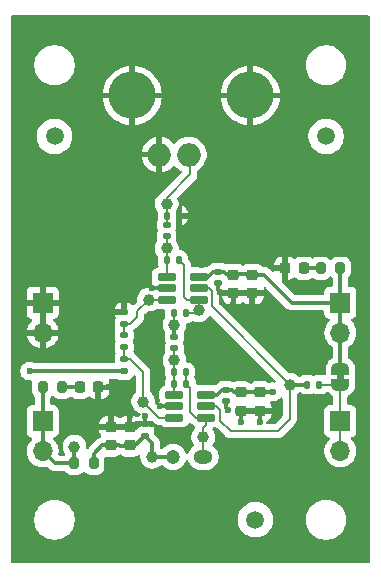
<source format=gtl>
%TF.GenerationSoftware,KiCad,Pcbnew,9.0.1-9.0.1-0~ubuntu24.04.1*%
%TF.CreationDate,2025-05-07T20:50:54+02:00*%
%TF.ProjectId,OOS - optyczny odbiornik sygnalow,4f4f5320-2d20-46f7-9074-79637a6e7920,0.0.3*%
%TF.SameCoordinates,Original*%
%TF.FileFunction,Copper,L1,Top*%
%TF.FilePolarity,Positive*%
%FSLAX46Y46*%
G04 Gerber Fmt 4.6, Leading zero omitted, Abs format (unit mm)*
G04 Created by KiCad (PCBNEW 9.0.1-9.0.1-0~ubuntu24.04.1) date 2025-05-07 20:50:54*
%MOMM*%
%LPD*%
G01*
G04 APERTURE LIST*
G04 Aperture macros list*
%AMRoundRect*
0 Rectangle with rounded corners*
0 $1 Rounding radius*
0 $2 $3 $4 $5 $6 $7 $8 $9 X,Y pos of 4 corners*
0 Add a 4 corners polygon primitive as box body*
4,1,4,$2,$3,$4,$5,$6,$7,$8,$9,$2,$3,0*
0 Add four circle primitives for the rounded corners*
1,1,$1+$1,$2,$3*
1,1,$1+$1,$4,$5*
1,1,$1+$1,$6,$7*
1,1,$1+$1,$8,$9*
0 Add four rect primitives between the rounded corners*
20,1,$1+$1,$2,$3,$4,$5,0*
20,1,$1+$1,$4,$5,$6,$7,0*
20,1,$1+$1,$6,$7,$8,$9,0*
20,1,$1+$1,$8,$9,$2,$3,0*%
%AMFreePoly0*
4,1,23,0.500000,-0.750000,0.000000,-0.750000,0.000000,-0.745722,-0.065263,-0.745722,-0.191342,-0.711940,-0.304381,-0.646677,-0.396677,-0.554381,-0.461940,-0.441342,-0.495722,-0.315263,-0.495722,-0.250000,-0.500000,-0.250000,-0.500000,0.250000,-0.495722,0.250000,-0.495722,0.315263,-0.461940,0.441342,-0.396677,0.554381,-0.304381,0.646677,-0.191342,0.711940,-0.065263,0.745722,0.000000,0.745722,
0.000000,0.750000,0.500000,0.750000,0.500000,-0.750000,0.500000,-0.750000,$1*%
%AMFreePoly1*
4,1,23,0.000000,0.745722,0.065263,0.745722,0.191342,0.711940,0.304381,0.646677,0.396677,0.554381,0.461940,0.441342,0.495722,0.315263,0.495722,0.250000,0.500000,0.250000,0.500000,-0.250000,0.495722,-0.250000,0.495722,-0.315263,0.461940,-0.441342,0.396677,-0.554381,0.304381,-0.646677,0.191342,-0.711940,0.065263,-0.745722,0.000000,-0.745722,0.000000,-0.750000,-0.500000,-0.750000,
-0.500000,0.750000,0.000000,0.750000,0.000000,0.745722,0.000000,0.745722,$1*%
G04 Aperture macros list end*
%TA.AperFunction,EtchedComponent*%
%ADD10C,0.000000*%
%TD*%
%TA.AperFunction,SMDPad,CuDef*%
%ADD11C,1.000000*%
%TD*%
%TA.AperFunction,ComponentPad*%
%ADD12O,1.700000X1.700000*%
%TD*%
%TA.AperFunction,ComponentPad*%
%ADD13R,1.700000X1.700000*%
%TD*%
%TA.AperFunction,SMDPad,CuDef*%
%ADD14RoundRect,0.135000X0.135000X0.185000X-0.135000X0.185000X-0.135000X-0.185000X0.135000X-0.185000X0*%
%TD*%
%TA.AperFunction,SMDPad,CuDef*%
%ADD15RoundRect,0.162500X-0.617500X-0.162500X0.617500X-0.162500X0.617500X0.162500X-0.617500X0.162500X0*%
%TD*%
%TA.AperFunction,SMDPad,CuDef*%
%ADD16RoundRect,0.225000X-0.250000X0.225000X-0.250000X-0.225000X0.250000X-0.225000X0.250000X0.225000X0*%
%TD*%
%TA.AperFunction,SMDPad,CuDef*%
%ADD17RoundRect,0.135000X0.185000X-0.135000X0.185000X0.135000X-0.185000X0.135000X-0.185000X-0.135000X0*%
%TD*%
%TA.AperFunction,ComponentPad*%
%ADD18O,1.600000X1.200000*%
%TD*%
%TA.AperFunction,ComponentPad*%
%ADD19C,1.200000*%
%TD*%
%TA.AperFunction,SMDPad,CuDef*%
%ADD20FreePoly0,90.000000*%
%TD*%
%TA.AperFunction,SMDPad,CuDef*%
%ADD21FreePoly1,90.000000*%
%TD*%
%TA.AperFunction,ComponentPad*%
%ADD22O,2.000000X2.000000*%
%TD*%
%TA.AperFunction,ComponentPad*%
%ADD23O,4.000000X4.000000*%
%TD*%
%TA.AperFunction,SMDPad,CuDef*%
%ADD24RoundRect,0.135000X-0.135000X-0.185000X0.135000X-0.185000X0.135000X0.185000X-0.135000X0.185000X0*%
%TD*%
%TA.AperFunction,SMDPad,CuDef*%
%ADD25RoundRect,0.140000X0.170000X-0.140000X0.170000X0.140000X-0.170000X0.140000X-0.170000X-0.140000X0*%
%TD*%
%TA.AperFunction,SMDPad,CuDef*%
%ADD26RoundRect,0.218750X0.218750X0.256250X-0.218750X0.256250X-0.218750X-0.256250X0.218750X-0.256250X0*%
%TD*%
%TA.AperFunction,SMDPad,CuDef*%
%ADD27C,1.500000*%
%TD*%
%TA.AperFunction,SMDPad,CuDef*%
%ADD28RoundRect,0.225000X0.250000X-0.225000X0.250000X0.225000X-0.250000X0.225000X-0.250000X-0.225000X0*%
%TD*%
%TA.AperFunction,SMDPad,CuDef*%
%ADD29RoundRect,0.218750X-0.218750X-0.256250X0.218750X-0.256250X0.218750X0.256250X-0.218750X0.256250X0*%
%TD*%
%TA.AperFunction,SMDPad,CuDef*%
%ADD30RoundRect,0.140000X-0.170000X0.140000X-0.170000X-0.140000X0.170000X-0.140000X0.170000X0.140000X0*%
%TD*%
%TA.AperFunction,SMDPad,CuDef*%
%ADD31RoundRect,0.140000X0.140000X0.170000X-0.140000X0.170000X-0.140000X-0.170000X0.140000X-0.170000X0*%
%TD*%
%TA.AperFunction,SMDPad,CuDef*%
%ADD32RoundRect,0.200000X-0.200000X-0.275000X0.200000X-0.275000X0.200000X0.275000X-0.200000X0.275000X0*%
%TD*%
%TA.AperFunction,SMDPad,CuDef*%
%ADD33RoundRect,0.200000X0.200000X0.275000X-0.200000X0.275000X-0.200000X-0.275000X0.200000X-0.275000X0*%
%TD*%
%TA.AperFunction,ViaPad*%
%ADD34C,0.600000*%
%TD*%
%TA.AperFunction,Conductor*%
%ADD35C,0.200000*%
%TD*%
%TA.AperFunction,Conductor*%
%ADD36C,0.300000*%
%TD*%
G04 APERTURE END LIST*
D10*
%TA.AperFunction,EtchedComponent*%
%TO.C,JP1*%
G36*
X201420000Y-103530000D02*
G01*
X200820000Y-103530000D01*
X200820000Y-103030000D01*
X201420000Y-103030000D01*
X201420000Y-103530000D01*
G37*
%TD.AperFunction*%
%TD*%
D11*
%TO.P,TP5,1,1*%
%TO.N,/OPA300_En*%
X196840000Y-103930000D03*
%TD*%
D12*
%TO.P,J2,2,Pin_2*%
%TO.N,+5V*%
X201120000Y-99545000D03*
D13*
%TO.P,J2,1,Pin_1*%
X201120000Y-97005000D03*
%TD*%
D14*
%TO.P,R10,1*%
%TO.N,/OPA300_x10_-*%
X187440000Y-93390000D03*
%TO.P,R10,2*%
%TO.N,/OPA300_x10_Out*%
X186420000Y-93390000D03*
%TD*%
D15*
%TO.P,U1,1,OUT*%
%TO.N,/OPA300_TIA_Out*%
X187070000Y-104830000D03*
%TO.P,U1,2,V-*%
%TO.N,0V*%
X187070000Y-105780000D03*
%TO.P,U1,3,+*%
%TO.N,/OPA300_TIA_+*%
X187070000Y-106730000D03*
%TO.P,U1,4,-*%
%TO.N,/OPA300_TIA_-*%
X189770000Y-106730000D03*
%TO.P,U1,5,En*%
%TO.N,/OPA300_En*%
X189770000Y-105780000D03*
%TO.P,U1,6,V+*%
%TO.N,+5V*%
X189770000Y-104830000D03*
%TD*%
D16*
%TO.P,C4,1*%
%TO.N,+5V*%
X192070000Y-94640000D03*
%TO.P,C4,2*%
%TO.N,0V*%
X192070000Y-96190000D03*
%TD*%
D11*
%TO.P,TP9,1,1*%
%TO.N,/OPA300_x10_-*%
X189120000Y-97640000D03*
%TD*%
D17*
%TO.P,R7,1*%
%TO.N,/OPA300_x10_+*%
X182820000Y-98790000D03*
%TO.P,R7,2*%
%TO.N,0V*%
X182820000Y-97770000D03*
%TD*%
D13*
%TO.P,J1,1,Pin_1*%
%TO.N,+V_photo*%
X175920000Y-107040000D03*
D12*
%TO.P,J1,2,Pin_2*%
X175920000Y-109580000D03*
%TD*%
D11*
%TO.P,TP6,1,1*%
%TO.N,/OPA300_TIA_-*%
X189505276Y-108380000D03*
%TD*%
D13*
%TO.P,J3,1,Pin_1*%
%TO.N,0V*%
X175920000Y-97005000D03*
D12*
%TO.P,J3,2,Pin_2*%
X175920000Y-99545000D03*
%TD*%
D11*
%TO.P,TP3,1,1*%
%TO.N,/OPA300_TIA_+*%
X184420000Y-105380000D03*
%TD*%
D18*
%TO.P,D3,1,A*%
%TO.N,/OPA300_TIA_-*%
X189505276Y-110064724D03*
D19*
%TO.P,D3,2,K*%
%TO.N,/BPX65_Cathode*%
X186965276Y-110064724D03*
%TD*%
D20*
%TO.P,JP1,1,A*%
%TO.N,/OPA300_En_Alt_Con*%
X201120000Y-103930000D03*
D21*
%TO.P,JP1,2,B*%
%TO.N,+5V*%
X201120000Y-102630000D03*
%TD*%
D11*
%TO.P,TP2,1,1*%
%TO.N,/BPX65_Cathode*%
X185170000Y-110064724D03*
%TD*%
D22*
%TO.P,J5,1,In*%
%TO.N,/OPA300_x10_Out_AC*%
X188300000Y-84460000D03*
D23*
%TO.P,J5,2,Ext*%
%TO.N,0V*%
X183500000Y-79460000D03*
D22*
X185800000Y-84460000D03*
D23*
X193500000Y-79460000D03*
%TD*%
D14*
%TO.P,R11,1*%
%TO.N,0V*%
X187440000Y-89630000D03*
%TO.P,R11,2*%
%TO.N,/OPA300_x10_Out_AC*%
X186420000Y-89630000D03*
%TD*%
D24*
%TO.P,R9,1*%
%TO.N,/OPA300_TIA_Out_AC*%
X187070000Y-97890000D03*
%TO.P,R9,2*%
%TO.N,/OPA300_x10_-*%
X188090000Y-97890000D03*
%TD*%
D25*
%TO.P,C9,1*%
%TO.N,/BPX65_Cathode*%
X184570000Y-108260000D03*
%TO.P,C9,2*%
%TO.N,0V*%
X184570000Y-107300000D03*
%TD*%
D26*
%TO.P,D1,1,K*%
%TO.N,0V*%
X180632500Y-104180000D03*
%TO.P,D1,2,A*%
%TO.N,Net-(D1-A)*%
X179057500Y-104180000D03*
%TD*%
D11*
%TO.P,TP10,1,1*%
%TO.N,/OPA300_x10_Out*%
X186420000Y-92390000D03*
%TD*%
D16*
%TO.P,C1,2*%
%TO.N,0V*%
X194320000Y-106155000D03*
%TO.P,C1,1*%
%TO.N,+5V*%
X194320000Y-104605000D03*
%TD*%
D11*
%TO.P,TP4,1,1*%
%TO.N,/OPA300_x10_+*%
X184920000Y-96740000D03*
%TD*%
D27*
%TO.P,FID3,*%
%TO.N,*%
X176920000Y-82910000D03*
%TD*%
D28*
%TO.P,C8,1*%
%TO.N,/BPX65_Cathode*%
X183270000Y-109090000D03*
%TO.P,C8,2*%
%TO.N,0V*%
X183270000Y-107540000D03*
%TD*%
D27*
%TO.P,FID2,*%
%TO.N,*%
X199920000Y-82910000D03*
%TD*%
D16*
%TO.P,C2,1*%
%TO.N,+5V*%
X193670000Y-94640000D03*
%TO.P,C2,2*%
%TO.N,0V*%
X193670000Y-96190000D03*
%TD*%
D29*
%TO.P,D2,1,K*%
%TO.N,0V*%
X196445000Y-94080000D03*
%TO.P,D2,2,A*%
%TO.N,Net-(D2-A)*%
X198020000Y-94080000D03*
%TD*%
D11*
%TO.P,TP7,1,1*%
%TO.N,/OPA300_TIA_Out*%
X187070000Y-101880000D03*
%TD*%
D25*
%TO.P,C11,1*%
%TO.N,/OPA300_TIA_Out*%
X187070000Y-100880000D03*
%TO.P,C11,2*%
%TO.N,/OPA300_TIA_Out_AC*%
X187070000Y-99920000D03*
%TD*%
D30*
%TO.P,C5,1*%
%TO.N,+5V*%
X191420000Y-104400000D03*
%TO.P,C5,2*%
%TO.N,0V*%
X191420000Y-105360000D03*
%TD*%
D17*
%TO.P,R6,1*%
%TO.N,/OPA300_TIA_+*%
X182820000Y-100790000D03*
%TO.P,R6,2*%
%TO.N,/OPA300_x10_+*%
X182820000Y-99770000D03*
%TD*%
D13*
%TO.P,J4,1,Pin_1*%
%TO.N,/OPA300_En_Alt_Con*%
X201120000Y-107040000D03*
D12*
%TO.P,J4,2,Pin_2*%
X201120000Y-109580000D03*
%TD*%
D31*
%TO.P,C10,1*%
%TO.N,/OPA300_TIA_-*%
X188030000Y-102880000D03*
%TO.P,C10,2*%
%TO.N,/OPA300_TIA_Out*%
X187070000Y-102880000D03*
%TD*%
D17*
%TO.P,R5,1*%
%TO.N,+5V*%
X182820000Y-102790000D03*
%TO.P,R5,2*%
%TO.N,/OPA300_TIA_+*%
X182820000Y-101770000D03*
%TD*%
D30*
%TO.P,C6,1*%
%TO.N,+5V*%
X190770000Y-94390000D03*
%TO.P,C6,2*%
%TO.N,0V*%
X190770000Y-95350000D03*
%TD*%
D14*
%TO.P,R8,1*%
%TO.N,/OPA300_TIA_-*%
X188090000Y-103880000D03*
%TO.P,R8,2*%
%TO.N,/OPA300_TIA_Out*%
X187070000Y-103880000D03*
%TD*%
D32*
%TO.P,R1,1*%
%TO.N,+V_photo*%
X175920000Y-104180000D03*
%TO.P,R1,2*%
%TO.N,Net-(D1-A)*%
X177570000Y-104180000D03*
%TD*%
D11*
%TO.P,TP8,1,1*%
%TO.N,/OPA300_TIA_Out_AC*%
X187070000Y-98880000D03*
%TD*%
D25*
%TO.P,C12,1*%
%TO.N,/OPA300_x10_Out*%
X186420000Y-91370000D03*
%TO.P,C12,2*%
%TO.N,/OPA300_x10_Out_AC*%
X186420000Y-90410000D03*
%TD*%
D16*
%TO.P,C3,1*%
%TO.N,+5V*%
X192720000Y-104605000D03*
%TO.P,C3,2*%
%TO.N,0V*%
X192720000Y-106155000D03*
%TD*%
D32*
%TO.P,R3,1*%
%TO.N,+V_photo*%
X178595000Y-110615000D03*
%TO.P,R3,2*%
%TO.N,/BPX65_Cathode*%
X180245000Y-110615000D03*
%TD*%
D11*
%TO.P,TP1,1,1*%
%TO.N,+V_photo*%
X178595000Y-109180000D03*
%TD*%
D15*
%TO.P,U2,1,OUT*%
%TO.N,/OPA300_x10_Out*%
X186420000Y-94840000D03*
%TO.P,U2,2,V-*%
%TO.N,0V*%
X186420000Y-95790000D03*
%TO.P,U2,3,+*%
%TO.N,/OPA300_x10_+*%
X186420000Y-96740000D03*
%TO.P,U2,4,-*%
%TO.N,/OPA300_x10_-*%
X189120000Y-96740000D03*
%TO.P,U2,5,En*%
%TO.N,/OPA300_En*%
X189120000Y-95790000D03*
%TO.P,U2,6,V+*%
%TO.N,+5V*%
X189120000Y-94840000D03*
%TD*%
D11*
%TO.P,TP11,1,1*%
%TO.N,/OPA300_x10_Out_AC*%
X186420000Y-88630000D03*
%TD*%
D27*
%TO.P,FID1,*%
%TO.N,*%
X193920000Y-115380000D03*
%TD*%
D33*
%TO.P,R2,1*%
%TO.N,+5V*%
X201120000Y-94080000D03*
%TO.P,R2,2*%
%TO.N,Net-(D2-A)*%
X199470000Y-94080000D03*
%TD*%
D16*
%TO.P,C7,1*%
%TO.N,0V*%
X181670000Y-107540000D03*
%TO.P,C7,2*%
%TO.N,/BPX65_Cathode*%
X181670000Y-109090000D03*
%TD*%
D14*
%TO.P,R4,1*%
%TO.N,/OPA300_En_Alt_Con*%
X199340000Y-103930000D03*
%TO.P,R4,2*%
%TO.N,/OPA300_En*%
X198320000Y-103930000D03*
%TD*%
D34*
%TO.N,0V*%
X192720000Y-107080000D03*
X191820000Y-102880000D03*
X182820000Y-96980000D03*
X180870000Y-117380000D03*
X190120000Y-98630000D03*
X181520000Y-110430000D03*
X179970000Y-101580000D03*
X191420000Y-117380000D03*
X173820000Y-87830000D03*
X183270000Y-106580000D03*
X193670000Y-97180000D03*
X192870000Y-93430000D03*
X181670000Y-106580000D03*
X185870000Y-117530000D03*
X195620000Y-112980000D03*
X199720000Y-105530000D03*
X185820000Y-105780000D03*
X185170000Y-95790000D03*
X203120000Y-87080000D03*
X184020000Y-99480000D03*
X203020000Y-73630000D03*
X187020000Y-86030000D03*
X197420000Y-95980000D03*
X174720000Y-104380000D03*
X181520000Y-104180000D03*
X176920000Y-105380000D03*
X173770000Y-73680000D03*
X175542491Y-101792751D03*
X188200000Y-89630000D03*
X191370000Y-114130000D03*
X199470000Y-102680000D03*
X173820000Y-94830000D03*
X192070000Y-97180000D03*
X185970000Y-103730000D03*
X179970000Y-108680000D03*
X185770000Y-114130000D03*
X188270000Y-99580000D03*
X188220000Y-107730000D03*
X200120000Y-101130000D03*
X195770000Y-105880000D03*
X203020000Y-93180000D03*
X189420000Y-103630000D03*
X186170000Y-108580000D03*
X180370000Y-87730000D03*
X188070000Y-111180000D03*
X195020000Y-100780000D03*
X199520000Y-108480000D03*
X183420000Y-103780000D03*
X183870000Y-110330000D03*
X196720000Y-80830000D03*
X180070000Y-73680000D03*
X197770000Y-106480000D03*
X196720000Y-73580000D03*
X202970000Y-80980000D03*
X194320000Y-107080000D03*
X177320000Y-108580000D03*
X196870000Y-87280000D03*
X195670000Y-97180000D03*
X199420000Y-98030000D03*
X185220000Y-90730000D03*
X197620000Y-99930000D03*
X199720000Y-111230000D03*
X190820000Y-108230000D03*
X187820000Y-92230000D03*
X185320000Y-93580000D03*
X203070000Y-99880000D03*
X173720000Y-80980000D03*
X189370000Y-93780000D03*
X195520000Y-94080000D03*
X193420000Y-99080000D03*
X192270000Y-100730000D03*
X197070000Y-102580000D03*
X191620000Y-106080000D03*
X192170000Y-87680000D03*
X200120000Y-95280000D03*
X179970000Y-80930000D03*
X194420000Y-102880000D03*
X185520000Y-87680000D03*
X185970000Y-97930000D03*
X174720000Y-111280000D03*
X190920000Y-96080000D03*
X184920000Y-101980000D03*
X184570000Y-106580000D03*
X189220000Y-86680000D03*
%TO.N,+5V*%
X174820000Y-102790000D03*
X195395000Y-104555000D03*
%TO.N,0V*%
X180870000Y-112080000D03*
%TD*%
D35*
%TO.N,/OPA300_TIA_Out*%
X187070000Y-103880000D02*
X187070000Y-102880000D01*
X187070000Y-104830000D02*
X187070000Y-103880000D01*
X187070000Y-102880000D02*
X187070000Y-101880000D01*
X187070000Y-100880000D02*
X187070000Y-101880000D01*
%TO.N,/OPA300_TIA_-*%
X188090000Y-103380000D02*
X188090000Y-103880000D01*
X189770000Y-106730000D02*
X188870000Y-106730000D01*
X188030000Y-102880000D02*
X188030000Y-103320000D01*
X189505276Y-108380000D02*
X189505276Y-107630000D01*
X188420000Y-104210000D02*
X188090000Y-103880000D01*
X189505276Y-110064724D02*
X189505276Y-108380000D01*
X189770000Y-107365276D02*
X189505276Y-107630000D01*
X188870000Y-106730000D02*
X188420000Y-106280000D01*
X188030000Y-103320000D02*
X188090000Y-103380000D01*
X188420000Y-106280000D02*
X188420000Y-104210000D01*
X189770000Y-106730000D02*
X189770000Y-107365276D01*
D36*
%TO.N,/BPX65_Cathode*%
X180245000Y-109805000D02*
X180960000Y-109090000D01*
X181670000Y-109090000D02*
X182380000Y-109090000D01*
X182380000Y-109090000D02*
X182430000Y-109140000D01*
X185170000Y-108860000D02*
X185170000Y-110064724D01*
X184570000Y-108260000D02*
X185170000Y-108860000D01*
X182430000Y-109140000D02*
X183270000Y-109140000D01*
X183690000Y-109140000D02*
X184570000Y-108260000D01*
X183270000Y-109140000D02*
X183690000Y-109140000D01*
X180245000Y-110615000D02*
X180245000Y-109805000D01*
X180960000Y-109090000D02*
X181670000Y-109090000D01*
X186965276Y-110064724D02*
X185170000Y-110064724D01*
%TO.N,0V*%
X192720000Y-106205000D02*
X192720000Y-107080000D01*
X190770000Y-95350000D02*
X190770000Y-95930000D01*
X191420000Y-105360000D02*
X191420000Y-105880000D01*
X181670000Y-106580000D02*
X181670000Y-107540000D01*
X184570000Y-106580000D02*
X184570000Y-107300000D01*
X190770000Y-95930000D02*
X190920000Y-96080000D01*
X182820000Y-97770000D02*
X182820000Y-96980000D01*
X187440000Y-89630000D02*
X188200000Y-89630000D01*
X183270000Y-106580000D02*
X183270000Y-107490000D01*
X194320000Y-106205000D02*
X194320000Y-107080000D01*
X180632500Y-104180000D02*
X181520000Y-104180000D01*
X192070000Y-96240000D02*
X192070000Y-97180000D01*
X191420000Y-105880000D02*
X191620000Y-106080000D01*
X196445000Y-94080000D02*
X195520000Y-94080000D01*
X185170000Y-95790000D02*
X186420000Y-95790000D01*
X185820000Y-105780000D02*
X187070000Y-105780000D01*
X193670000Y-96240000D02*
X193670000Y-97180000D01*
D35*
%TO.N,/OPA300_TIA_Out_AC*%
X187070000Y-98880000D02*
X187070000Y-97890000D01*
D36*
X187070000Y-99920000D02*
X187070000Y-98880000D01*
D35*
%TO.N,/OPA300_x10_Out_AC*%
X186420000Y-89630000D02*
X186420000Y-88630000D01*
X186420000Y-88630000D02*
X186420000Y-88130000D01*
X186420000Y-88130000D02*
X188420000Y-86130000D01*
X186420000Y-90410000D02*
X186420000Y-89630000D01*
X188420000Y-86130000D02*
X188420000Y-84460000D01*
%TO.N,/OPA300_x10_Out*%
X186420000Y-91370000D02*
X186420000Y-92390000D01*
X186420000Y-93390000D02*
X186420000Y-94840000D01*
X186420000Y-93390000D02*
X186420000Y-92390000D01*
D36*
%TO.N,+5V*%
X193670000Y-94640000D02*
X194680000Y-94640000D01*
X191100000Y-104400000D02*
X191420000Y-104400000D01*
X191470000Y-94590000D02*
X192070000Y-94590000D01*
X189770000Y-104830000D02*
X190670000Y-104830000D01*
X192720000Y-104555000D02*
X194320000Y-104555000D01*
X194680000Y-94640000D02*
X197045000Y-97005000D01*
X190670000Y-104830000D02*
X191100000Y-104400000D01*
X190370000Y-94390000D02*
X190770000Y-94390000D01*
X201120000Y-97005000D02*
X201120000Y-94080000D01*
X197045000Y-97005000D02*
X201120000Y-97005000D01*
X201120000Y-102630000D02*
X201120000Y-99545000D01*
X192120000Y-104555000D02*
X192720000Y-104555000D01*
X191965000Y-104400000D02*
X192120000Y-104555000D01*
X189920000Y-94840000D02*
X190370000Y-94390000D01*
X201120000Y-99545000D02*
X201120000Y-97005000D01*
X190770000Y-94390000D02*
X191270000Y-94390000D01*
X191270000Y-94390000D02*
X191470000Y-94590000D01*
X189120000Y-94840000D02*
X189920000Y-94840000D01*
X192070000Y-94590000D02*
X193670000Y-94590000D01*
X195395000Y-104555000D02*
X194320000Y-104555000D01*
X191420000Y-104400000D02*
X191965000Y-104400000D01*
X174820000Y-102790000D02*
X182820000Y-102790000D01*
%TO.N,+V_photo*%
X176955000Y-110615000D02*
X178595000Y-110615000D01*
X175920000Y-107040000D02*
X175920000Y-109580000D01*
X175920000Y-104180000D02*
X175920000Y-107040000D01*
X175920000Y-109580000D02*
X176955000Y-110615000D01*
X178595000Y-109180000D02*
X178595000Y-110615000D01*
D35*
%TO.N,/OPA300_En_Alt_Con*%
X199340000Y-103930000D02*
X201120000Y-103930000D01*
X201120000Y-103930000D02*
X201120000Y-107040000D01*
X201120000Y-107040000D02*
X201120000Y-109580000D01*
%TO.N,/OPA300_TIA_+*%
X183310000Y-101770000D02*
X182820000Y-101770000D01*
X182820000Y-100790000D02*
X182820000Y-101770000D01*
X184420000Y-102880000D02*
X183310000Y-101770000D01*
X185770000Y-106730000D02*
X184420000Y-105380000D01*
X184420000Y-105380000D02*
X184420000Y-102880000D01*
X187070000Y-106730000D02*
X185770000Y-106730000D01*
%TO.N,/OPA300_x10_+*%
X182820000Y-98790000D02*
X183310000Y-98790000D01*
X183310000Y-98790000D02*
X183920000Y-98180000D01*
X183920000Y-97740000D02*
X184920000Y-96740000D01*
X186420000Y-96740000D02*
X184920000Y-96740000D01*
X182820000Y-98790000D02*
X182820000Y-99770000D01*
X183920000Y-98180000D02*
X183920000Y-97740000D01*
%TO.N,/OPA300_x10_-*%
X189120000Y-97640000D02*
X189120000Y-96740000D01*
X187870000Y-93820000D02*
X187440000Y-93390000D01*
X188180000Y-97890000D02*
X188870000Y-97890000D01*
X188870000Y-97890000D02*
X189120000Y-97640000D01*
X188120000Y-96740000D02*
X187870000Y-96490000D01*
X189120000Y-96740000D02*
X188120000Y-96740000D01*
X187870000Y-96490000D02*
X187870000Y-93820000D01*
%TO.N,/OPA300_En*%
X190220000Y-97310000D02*
X196840000Y-103930000D01*
X190620000Y-105780000D02*
X190920000Y-106080000D01*
X189120000Y-95790000D02*
X189980000Y-95790000D01*
X196840000Y-106860000D02*
X196840000Y-103930000D01*
X189980000Y-95790000D02*
X190220000Y-96030000D01*
X191820000Y-107880000D02*
X195820000Y-107880000D01*
X189770000Y-105780000D02*
X190620000Y-105780000D01*
D36*
X196840000Y-103930000D02*
X198320000Y-103930000D01*
D35*
X190920000Y-106980000D02*
X191820000Y-107880000D01*
X190220000Y-96030000D02*
X190220000Y-97310000D01*
X190920000Y-106080000D02*
X190920000Y-106980000D01*
X195820000Y-107880000D02*
X196840000Y-106860000D01*
D36*
%TO.N,Net-(D1-A)*%
X177570000Y-104180000D02*
X179057500Y-104180000D01*
%TO.N,Net-(D2-A)*%
X199470000Y-94080000D02*
X198020000Y-94080000D01*
%TD*%
%TA.AperFunction,Conductor*%
%TO.N,0V*%
G36*
X183773168Y-103152785D02*
G01*
X183813098Y-103210120D01*
X183819500Y-103249448D01*
X183819500Y-104514216D01*
X183799815Y-104581255D01*
X183783181Y-104601897D01*
X183642863Y-104742214D01*
X183642860Y-104742218D01*
X183533371Y-104906079D01*
X183533364Y-104906092D01*
X183457950Y-105088160D01*
X183457947Y-105088170D01*
X183419500Y-105281456D01*
X183419500Y-105281459D01*
X183419500Y-105478541D01*
X183419500Y-105478543D01*
X183419499Y-105478543D01*
X183457947Y-105671829D01*
X183457950Y-105671839D01*
X183533364Y-105853907D01*
X183533371Y-105853920D01*
X183642860Y-106017781D01*
X183642863Y-106017785D01*
X183782214Y-106157136D01*
X183782218Y-106157139D01*
X183946079Y-106266628D01*
X183946092Y-106266635D01*
X184041012Y-106305951D01*
X184128165Y-106342051D01*
X184128167Y-106342051D01*
X184132746Y-106343948D01*
X184142371Y-106351704D01*
X184154172Y-106355398D01*
X184169066Y-106373216D01*
X184187150Y-106387788D01*
X184191054Y-106399519D01*
X184198984Y-106409005D01*
X184201881Y-106432047D01*
X184209215Y-106454082D01*
X184206157Y-106466061D01*
X184207700Y-106478329D01*
X184197678Y-106499280D01*
X184191936Y-106521782D01*
X184182152Y-106531742D01*
X184177553Y-106541360D01*
X184152699Y-106561730D01*
X184150474Y-106563996D01*
X183982291Y-106667915D01*
X183961955Y-106673496D01*
X183943446Y-106683599D01*
X183928939Y-106682558D01*
X183914913Y-106686409D01*
X183894787Y-106680110D01*
X183873756Y-106678602D01*
X183852014Y-106667967D01*
X183828486Y-106653454D01*
X183828481Y-106653452D01*
X183667606Y-106600144D01*
X183568322Y-106590000D01*
X183520000Y-106590000D01*
X183520000Y-107290000D01*
X183630000Y-107290000D01*
X183630000Y-107174000D01*
X183649685Y-107106961D01*
X183702489Y-107061206D01*
X183754000Y-107050000D01*
X185189403Y-107050000D01*
X185218843Y-107058644D01*
X185248830Y-107065168D01*
X185253845Y-107068922D01*
X185256442Y-107069685D01*
X185277084Y-107086319D01*
X185285139Y-107094374D01*
X185285149Y-107094385D01*
X185289479Y-107098715D01*
X185289480Y-107098716D01*
X185401284Y-107210520D01*
X185457856Y-107243181D01*
X185488095Y-107260639D01*
X185488097Y-107260641D01*
X185538213Y-107289576D01*
X185538215Y-107289577D01*
X185690942Y-107330500D01*
X185690943Y-107330500D01*
X185901514Y-107330500D01*
X185968553Y-107350185D01*
X185989196Y-107366820D01*
X186040607Y-107418232D01*
X186040608Y-107418233D01*
X186040610Y-107418234D01*
X186040612Y-107418236D01*
X186178398Y-107501531D01*
X186332113Y-107549430D01*
X186398909Y-107555500D01*
X187741090Y-107555499D01*
X187741097Y-107555499D01*
X187807882Y-107549431D01*
X187807885Y-107549430D01*
X187807887Y-107549430D01*
X187961602Y-107501531D01*
X188099388Y-107418236D01*
X188213236Y-107304388D01*
X188275247Y-107201808D01*
X188326773Y-107154624D01*
X188395632Y-107142785D01*
X188453384Y-107165021D01*
X188461764Y-107171000D01*
X188501284Y-107210520D01*
X188584419Y-107258517D01*
X188589273Y-107261980D01*
X188600754Y-107276607D01*
X188623367Y-107298769D01*
X188626764Y-107304388D01*
X188740612Y-107418236D01*
X188799308Y-107453719D01*
X188846495Y-107505246D01*
X188858333Y-107574106D01*
X188831064Y-107638434D01*
X188822838Y-107647516D01*
X188728139Y-107742214D01*
X188728136Y-107742218D01*
X188618647Y-107906079D01*
X188618640Y-107906092D01*
X188543226Y-108088160D01*
X188543223Y-108088170D01*
X188504776Y-108281456D01*
X188504776Y-108281459D01*
X188504776Y-108478541D01*
X188504776Y-108478543D01*
X188504775Y-108478543D01*
X188543223Y-108671829D01*
X188543226Y-108671839D01*
X188618640Y-108853907D01*
X188618647Y-108853920D01*
X188709563Y-108989985D01*
X188730441Y-109056663D01*
X188711956Y-109124043D01*
X188679348Y-109159193D01*
X188588348Y-109225309D01*
X188465864Y-109347793D01*
X188465864Y-109347794D01*
X188465862Y-109347796D01*
X188431901Y-109394539D01*
X188364044Y-109487935D01*
X188285404Y-109642276D01*
X188253207Y-109741368D01*
X188213769Y-109799044D01*
X188149411Y-109826242D01*
X188080564Y-109814327D01*
X188029089Y-109767083D01*
X188017345Y-109741368D01*
X187999448Y-109686287D01*
X187985149Y-109642279D01*
X187906508Y-109487936D01*
X187804690Y-109347796D01*
X187682204Y-109225310D01*
X187542064Y-109123492D01*
X187459563Y-109081456D01*
X187387723Y-109044852D01*
X187387722Y-109044851D01*
X187387721Y-109044851D01*
X187222977Y-108991322D01*
X187222975Y-108991321D01*
X187222974Y-108991321D01*
X187091547Y-108970505D01*
X187051887Y-108964224D01*
X186878665Y-108964224D01*
X186839004Y-108970505D01*
X186707578Y-108991321D01*
X186542828Y-109044852D01*
X186388487Y-109123492D01*
X186339350Y-109159193D01*
X186248348Y-109225310D01*
X186248346Y-109225312D01*
X186248345Y-109225312D01*
X186125861Y-109347796D01*
X186114735Y-109363111D01*
X186110403Y-109366450D01*
X186108131Y-109371427D01*
X186083030Y-109387558D01*
X186059404Y-109405776D01*
X186052733Y-109407028D01*
X186049353Y-109409201D01*
X186014418Y-109414224D01*
X185985783Y-109414224D01*
X185918744Y-109394539D01*
X185898102Y-109377905D01*
X185856819Y-109336622D01*
X185823334Y-109275299D01*
X185820500Y-109248941D01*
X185820500Y-108795928D01*
X185795502Y-108670261D01*
X185795501Y-108670260D01*
X185795501Y-108670256D01*
X185746465Y-108551873D01*
X185746464Y-108551872D01*
X185746461Y-108551866D01*
X185675277Y-108445332D01*
X185632805Y-108402860D01*
X185584669Y-108354724D01*
X185416817Y-108186871D01*
X185383334Y-108125550D01*
X185380500Y-108099192D01*
X185380500Y-108055317D01*
X185380499Y-108055302D01*
X185377643Y-108019008D01*
X185377642Y-108019002D01*
X185332495Y-107863609D01*
X185332494Y-107863605D01*
X185320089Y-107842630D01*
X185302906Y-107774909D01*
X185320091Y-107716384D01*
X185332032Y-107696194D01*
X185374504Y-107550000D01*
X185068352Y-107550000D01*
X185005233Y-107532732D01*
X184996395Y-107527506D01*
X184996393Y-107527505D01*
X184996389Y-107527503D01*
X184840997Y-107482357D01*
X184840991Y-107482356D01*
X184804697Y-107479500D01*
X184804690Y-107479500D01*
X184335310Y-107479500D01*
X184335302Y-107479500D01*
X184299008Y-107482356D01*
X184299002Y-107482357D01*
X184143609Y-107527504D01*
X184143606Y-107527505D01*
X184004315Y-107609881D01*
X184004307Y-107609887D01*
X183889887Y-107724307D01*
X183889880Y-107724316D01*
X183887038Y-107729123D01*
X183835968Y-107776806D01*
X183780307Y-107790000D01*
X180695001Y-107790000D01*
X180695001Y-107813322D01*
X180705144Y-107912607D01*
X180758452Y-108073481D01*
X180758457Y-108073492D01*
X180847424Y-108217728D01*
X180847427Y-108217732D01*
X180856660Y-108226965D01*
X180859115Y-108231462D01*
X180863404Y-108234272D01*
X180875694Y-108261823D01*
X180890145Y-108288288D01*
X180889779Y-108293399D01*
X180891868Y-108298081D01*
X180887312Y-108327896D01*
X180885161Y-108357980D01*
X180881879Y-108363455D01*
X180881315Y-108367149D01*
X180869931Y-108383392D01*
X180861973Y-108396671D01*
X180859400Y-108399587D01*
X180847032Y-108411956D01*
X180843638Y-108417456D01*
X180836645Y-108425386D01*
X180815667Y-108438607D01*
X180797228Y-108455189D01*
X180780534Y-108460751D01*
X180777536Y-108462641D01*
X180776059Y-108462628D01*
X180776090Y-108462729D01*
X180770257Y-108464498D01*
X180682152Y-108500993D01*
X180682151Y-108500993D01*
X180651876Y-108513532D01*
X180545326Y-108584726D01*
X180545325Y-108584727D01*
X179807181Y-109322872D01*
X179745858Y-109356357D01*
X179676166Y-109351373D01*
X179620233Y-109309501D01*
X179595816Y-109244037D01*
X179595500Y-109235191D01*
X179595500Y-109081456D01*
X179557052Y-108888170D01*
X179557051Y-108888169D01*
X179557051Y-108888165D01*
X179550432Y-108872184D01*
X179481635Y-108706092D01*
X179481628Y-108706079D01*
X179372139Y-108542218D01*
X179372136Y-108542214D01*
X179232785Y-108402863D01*
X179232781Y-108402860D01*
X179068920Y-108293371D01*
X179068907Y-108293364D01*
X178886839Y-108217950D01*
X178886829Y-108217947D01*
X178693543Y-108179500D01*
X178693541Y-108179500D01*
X178496459Y-108179500D01*
X178496457Y-108179500D01*
X178303170Y-108217947D01*
X178303160Y-108217950D01*
X178121092Y-108293364D01*
X178121079Y-108293371D01*
X177957218Y-108402860D01*
X177957214Y-108402863D01*
X177817863Y-108542214D01*
X177817860Y-108542218D01*
X177708371Y-108706079D01*
X177708364Y-108706092D01*
X177632950Y-108888160D01*
X177632947Y-108888170D01*
X177594500Y-109081456D01*
X177594500Y-109081459D01*
X177594500Y-109278541D01*
X177594500Y-109278543D01*
X177594499Y-109278543D01*
X177632947Y-109471829D01*
X177632950Y-109471839D01*
X177708364Y-109653907D01*
X177708371Y-109653920D01*
X177787009Y-109771609D01*
X177807887Y-109838286D01*
X177789403Y-109905667D01*
X177737424Y-109952357D01*
X177683907Y-109964500D01*
X177371620Y-109964500D01*
X177304581Y-109944815D01*
X177258826Y-109892011D01*
X177248882Y-109822853D01*
X177249147Y-109821102D01*
X177251377Y-109807026D01*
X177270500Y-109686287D01*
X177270500Y-109473713D01*
X177237246Y-109263757D01*
X177171557Y-109061588D01*
X177075051Y-108872184D01*
X177075049Y-108872181D01*
X177075048Y-108872179D01*
X176950109Y-108700213D01*
X176836569Y-108586673D01*
X176803084Y-108525350D01*
X176808068Y-108455658D01*
X176849940Y-108399725D01*
X176880915Y-108382810D01*
X177012331Y-108333796D01*
X177127546Y-108247546D01*
X177213796Y-108132331D01*
X177264091Y-107997483D01*
X177270500Y-107937873D01*
X177270499Y-107266677D01*
X180695000Y-107266677D01*
X180695000Y-107290000D01*
X181420000Y-107290000D01*
X181420000Y-106590000D01*
X181920000Y-106590000D01*
X181920000Y-107290000D01*
X183020000Y-107290000D01*
X183020000Y-106590000D01*
X183019999Y-106589999D01*
X182971693Y-106590000D01*
X182971675Y-106590001D01*
X182872392Y-106600144D01*
X182711518Y-106653452D01*
X182711507Y-106653457D01*
X182567271Y-106742424D01*
X182567267Y-106742427D01*
X182557681Y-106752014D01*
X182496358Y-106785499D01*
X182426666Y-106780515D01*
X182382319Y-106752014D01*
X182372732Y-106742427D01*
X182372728Y-106742424D01*
X182228492Y-106653457D01*
X182228481Y-106653452D01*
X182067606Y-106600144D01*
X181968322Y-106590000D01*
X181920000Y-106590000D01*
X181420000Y-106590000D01*
X181419999Y-106589999D01*
X181371693Y-106590000D01*
X181371675Y-106590001D01*
X181272392Y-106600144D01*
X181111518Y-106653452D01*
X181111507Y-106653457D01*
X180967271Y-106742424D01*
X180967267Y-106742427D01*
X180847427Y-106862267D01*
X180847424Y-106862271D01*
X180758457Y-107006507D01*
X180758452Y-107006518D01*
X180705144Y-107167393D01*
X180695000Y-107266677D01*
X177270499Y-107266677D01*
X177270499Y-107006518D01*
X177270499Y-106142129D01*
X177270498Y-106142123D01*
X177270497Y-106142116D01*
X177264091Y-106082517D01*
X177244130Y-106029000D01*
X177213797Y-105947671D01*
X177213793Y-105947664D01*
X177127547Y-105832455D01*
X177127544Y-105832452D01*
X177012335Y-105746206D01*
X177012328Y-105746202D01*
X176877482Y-105695908D01*
X176877483Y-105695908D01*
X176817883Y-105689501D01*
X176817881Y-105689500D01*
X176817873Y-105689500D01*
X176817865Y-105689500D01*
X176694500Y-105689500D01*
X176627461Y-105669815D01*
X176581706Y-105617011D01*
X176570500Y-105565500D01*
X176570500Y-105046519D01*
X176579143Y-105017082D01*
X176585667Y-104987093D01*
X176589422Y-104982076D01*
X176590185Y-104979480D01*
X176606818Y-104958839D01*
X176631478Y-104934179D01*
X176657319Y-104908337D01*
X176718640Y-104874853D01*
X176788331Y-104879837D01*
X176832680Y-104908338D01*
X176934811Y-105010469D01*
X176934813Y-105010470D01*
X176934815Y-105010472D01*
X177080394Y-105098478D01*
X177242804Y-105149086D01*
X177313384Y-105155500D01*
X177313387Y-105155500D01*
X177826613Y-105155500D01*
X177826616Y-105155500D01*
X177897196Y-105149086D01*
X178059606Y-105098478D01*
X178205185Y-105010472D01*
X178212806Y-105002850D01*
X178274125Y-104969362D01*
X178343817Y-104974341D01*
X178383775Y-105000018D01*
X178383946Y-104999803D01*
X178386144Y-105001541D01*
X178388173Y-105002845D01*
X178389608Y-105004280D01*
X178389612Y-105004283D01*
X178532704Y-105092544D01*
X178532707Y-105092545D01*
X178532713Y-105092549D01*
X178692315Y-105145436D01*
X178790826Y-105155500D01*
X178790831Y-105155500D01*
X179324169Y-105155500D01*
X179324174Y-105155500D01*
X179422685Y-105145436D01*
X179582287Y-105092549D01*
X179725391Y-105004281D01*
X179757672Y-104972000D01*
X179818995Y-104938515D01*
X179888687Y-104943499D01*
X179933034Y-104972000D01*
X179964919Y-105003885D01*
X180107922Y-105092091D01*
X180107927Y-105092093D01*
X180267416Y-105144942D01*
X180365856Y-105154999D01*
X180882500Y-105154999D01*
X180899136Y-105154999D01*
X180899152Y-105154998D01*
X180997583Y-105144943D01*
X181157072Y-105092093D01*
X181157077Y-105092091D01*
X181300080Y-105003885D01*
X181418885Y-104885080D01*
X181507091Y-104742077D01*
X181507093Y-104742072D01*
X181559942Y-104582583D01*
X181569999Y-104484150D01*
X181570000Y-104484137D01*
X181570000Y-104430000D01*
X180882500Y-104430000D01*
X180882500Y-105154999D01*
X180365856Y-105154999D01*
X180382500Y-105154998D01*
X180382500Y-104304000D01*
X180402185Y-104236961D01*
X180454989Y-104191206D01*
X180506500Y-104180000D01*
X180632500Y-104180000D01*
X180632500Y-104054000D01*
X180652185Y-103986961D01*
X180704989Y-103941206D01*
X180756500Y-103930000D01*
X181569999Y-103930000D01*
X181569999Y-103875864D01*
X181569998Y-103875847D01*
X181559943Y-103777416D01*
X181507093Y-103617928D01*
X181506616Y-103616904D01*
X181506499Y-103616134D01*
X181504821Y-103611070D01*
X181505686Y-103610783D01*
X181496125Y-103547826D01*
X181524646Y-103484042D01*
X181583122Y-103445803D01*
X181618999Y-103440500D01*
X182224315Y-103440500D01*
X182287435Y-103457767D01*
X182380607Y-103512869D01*
X182421268Y-103524682D01*
X182534791Y-103557664D01*
X182534794Y-103557664D01*
X182534796Y-103557665D01*
X182570819Y-103560500D01*
X183069180Y-103560499D01*
X183105204Y-103557665D01*
X183259393Y-103512869D01*
X183397598Y-103431135D01*
X183511135Y-103317598D01*
X183588768Y-103186326D01*
X183639837Y-103138644D01*
X183708578Y-103126140D01*
X183773168Y-103152785D01*
G37*
%TD.AperFunction*%
%TA.AperFunction,Conductor*%
G36*
X196207004Y-105056788D02*
G01*
X196237721Y-105119544D01*
X196239500Y-105140472D01*
X196239500Y-106559903D01*
X196219815Y-106626942D01*
X196203181Y-106647584D01*
X195607584Y-107243181D01*
X195546261Y-107276666D01*
X195519903Y-107279500D01*
X194927519Y-107279500D01*
X194860480Y-107259815D01*
X194814725Y-107207011D01*
X194804781Y-107137853D01*
X194833806Y-107074297D01*
X194875118Y-107043116D01*
X194878489Y-107041543D01*
X195022728Y-106952575D01*
X195022732Y-106952572D01*
X195142572Y-106832732D01*
X195142575Y-106832728D01*
X195231542Y-106688492D01*
X195231547Y-106688481D01*
X195284855Y-106527606D01*
X195294999Y-106428322D01*
X195295000Y-106428309D01*
X195295000Y-106405000D01*
X192844000Y-106405000D01*
X192776961Y-106385315D01*
X192731206Y-106332511D01*
X192720000Y-106281000D01*
X192720000Y-106029000D01*
X192739685Y-105961961D01*
X192792489Y-105916206D01*
X192844000Y-105905000D01*
X195294999Y-105905000D01*
X195294999Y-105881692D01*
X195294998Y-105881677D01*
X195284855Y-105782392D01*
X195231547Y-105621518D01*
X195231544Y-105621511D01*
X195182102Y-105541355D01*
X195163661Y-105473963D01*
X195184583Y-105407299D01*
X195238224Y-105362529D01*
X195307555Y-105353867D01*
X195311831Y-105354640D01*
X195316153Y-105355499D01*
X195316156Y-105355500D01*
X195316158Y-105355500D01*
X195473844Y-105355500D01*
X195473845Y-105355499D01*
X195628497Y-105324737D01*
X195741166Y-105278067D01*
X195774172Y-105264397D01*
X195774172Y-105264396D01*
X195774179Y-105264394D01*
X195905289Y-105176789D01*
X196016789Y-105065289D01*
X196016791Y-105065285D01*
X196019646Y-105061808D01*
X196077391Y-105022473D01*
X196147236Y-105020602D01*
X196207004Y-105056788D01*
G37*
%TD.AperFunction*%
%TA.AperFunction,Conductor*%
G36*
X185610699Y-97537177D02*
G01*
X185650324Y-97549524D01*
X185682113Y-97559430D01*
X185748909Y-97565500D01*
X186175500Y-97565499D01*
X186242539Y-97585183D01*
X186288294Y-97637987D01*
X186299500Y-97689499D01*
X186299500Y-98139169D01*
X186299502Y-98139196D01*
X186302681Y-98179610D01*
X186288314Y-98247987D01*
X186282165Y-98258225D01*
X186183371Y-98406079D01*
X186183364Y-98406092D01*
X186107950Y-98588160D01*
X186107947Y-98588170D01*
X186069500Y-98781456D01*
X186069500Y-98781459D01*
X186069500Y-98978541D01*
X186069500Y-98978543D01*
X186069499Y-98978543D01*
X186107947Y-99171829D01*
X186107950Y-99171839D01*
X186183364Y-99353907D01*
X186183371Y-99353920D01*
X186272158Y-99486798D01*
X186293036Y-99553475D01*
X186288133Y-99590282D01*
X186262358Y-99679004D01*
X186262356Y-99679013D01*
X186259500Y-99715302D01*
X186259500Y-100124697D01*
X186262356Y-100160991D01*
X186262357Y-100160997D01*
X186307504Y-100316391D01*
X186307506Y-100316397D01*
X186319620Y-100336880D01*
X186336801Y-100404604D01*
X186319620Y-100463120D01*
X186307506Y-100483602D01*
X186307504Y-100483608D01*
X186262357Y-100639002D01*
X186262356Y-100639008D01*
X186259500Y-100675302D01*
X186259500Y-101084697D01*
X186262356Y-101120986D01*
X186262357Y-101120993D01*
X186280032Y-101181833D01*
X186280034Y-101181838D01*
X186279834Y-101251708D01*
X186264059Y-101285323D01*
X186183371Y-101406079D01*
X186183364Y-101406092D01*
X186107950Y-101588160D01*
X186107947Y-101588170D01*
X186069500Y-101781456D01*
X186069500Y-101781459D01*
X186069500Y-101978541D01*
X186069500Y-101978543D01*
X186069499Y-101978543D01*
X186107947Y-102171829D01*
X186107950Y-102171839D01*
X186183364Y-102353907D01*
X186183371Y-102353920D01*
X186278893Y-102496878D01*
X186299771Y-102563556D01*
X186294869Y-102600357D01*
X186292359Y-102608997D01*
X186292356Y-102609013D01*
X186289500Y-102645302D01*
X186289500Y-103114697D01*
X186292356Y-103150991D01*
X186292357Y-103150997D01*
X186337504Y-103306390D01*
X186337507Y-103306397D01*
X186344675Y-103318518D01*
X186361858Y-103386242D01*
X186348250Y-103432589D01*
X186350230Y-103433446D01*
X186347129Y-103440611D01*
X186302335Y-103594791D01*
X186302334Y-103594797D01*
X186299500Y-103630811D01*
X186299500Y-103929491D01*
X186279815Y-103996530D01*
X186227011Y-104042285D01*
X186212390Y-104047876D01*
X186178403Y-104058466D01*
X186178400Y-104058467D01*
X186040608Y-104141766D01*
X185926766Y-104255608D01*
X185843469Y-104393397D01*
X185795569Y-104547116D01*
X185789500Y-104613911D01*
X185789500Y-105046098D01*
X185795568Y-105112882D01*
X185795571Y-105112893D01*
X185844200Y-105268951D01*
X185845351Y-105338811D01*
X185844201Y-105342730D01*
X185796066Y-105497205D01*
X185790000Y-105563956D01*
X185790000Y-105601403D01*
X185783761Y-105622648D01*
X185782182Y-105644737D01*
X185774109Y-105655520D01*
X185770315Y-105668442D01*
X185753581Y-105682941D01*
X185740310Y-105700670D01*
X185727689Y-105705377D01*
X185717511Y-105714197D01*
X185695593Y-105717348D01*
X185674846Y-105725087D01*
X185661685Y-105722224D01*
X185648353Y-105724141D01*
X185628209Y-105714941D01*
X185606573Y-105710235D01*
X185588847Y-105696966D01*
X185584797Y-105695116D01*
X185578319Y-105689084D01*
X185456819Y-105567584D01*
X185423334Y-105506261D01*
X185420500Y-105479903D01*
X185420500Y-105281456D01*
X185382052Y-105088170D01*
X185382051Y-105088169D01*
X185382051Y-105088165D01*
X185364801Y-105046519D01*
X185306635Y-104906092D01*
X185306628Y-104906079D01*
X185197139Y-104742218D01*
X185197136Y-104742214D01*
X185056819Y-104601897D01*
X185023334Y-104540574D01*
X185020500Y-104514216D01*
X185020500Y-102800945D01*
X185020500Y-102800943D01*
X184979577Y-102648216D01*
X184979577Y-102648215D01*
X184934524Y-102570181D01*
X184900520Y-102511284D01*
X184788716Y-102399480D01*
X184788715Y-102399479D01*
X184784385Y-102395149D01*
X184784374Y-102395139D01*
X183799439Y-101410204D01*
X183790521Y-101401286D01*
X183790520Y-101401284D01*
X183678716Y-101289480D01*
X183650170Y-101272999D01*
X183640099Y-101263742D01*
X183628849Y-101245055D01*
X183613797Y-101229269D01*
X183611184Y-101215710D01*
X183604063Y-101203882D01*
X183604702Y-101182078D01*
X183600575Y-101160662D01*
X183604937Y-101137854D01*
X183637664Y-101025208D01*
X183637664Y-101025206D01*
X183637665Y-101025204D01*
X183640500Y-100989181D01*
X183640499Y-100590820D01*
X183637665Y-100554796D01*
X183592869Y-100400607D01*
X183558869Y-100343117D01*
X183541688Y-100275398D01*
X183558869Y-100216882D01*
X183592869Y-100159393D01*
X183602954Y-100124682D01*
X183637664Y-100005208D01*
X183637664Y-100005206D01*
X183637665Y-100005204D01*
X183640500Y-99969181D01*
X183640499Y-99570820D01*
X183637665Y-99534796D01*
X183604937Y-99422145D01*
X183605136Y-99352276D01*
X183640022Y-99296328D01*
X183650121Y-99287028D01*
X183678716Y-99270520D01*
X183790520Y-99158716D01*
X183790521Y-99158713D01*
X184288713Y-98660521D01*
X184288716Y-98660520D01*
X184400520Y-98548716D01*
X184450639Y-98461904D01*
X184479577Y-98411785D01*
X184520500Y-98259058D01*
X184520500Y-98100943D01*
X184520500Y-98040096D01*
X184529144Y-98010655D01*
X184535668Y-97980669D01*
X184539422Y-97975653D01*
X184540185Y-97973057D01*
X184556815Y-97952419D01*
X184732415Y-97776818D01*
X184793738Y-97743334D01*
X184820096Y-97740500D01*
X185018543Y-97740500D01*
X185156595Y-97713039D01*
X185211835Y-97702051D01*
X185393914Y-97626632D01*
X185504920Y-97552459D01*
X185507023Y-97551800D01*
X185508497Y-97550156D01*
X185540209Y-97541409D01*
X185571595Y-97531582D01*
X185574390Y-97531982D01*
X185575852Y-97531579D01*
X185610699Y-97537177D01*
G37*
%TD.AperFunction*%
%TA.AperFunction,Conductor*%
G36*
X190175963Y-98115449D02*
G01*
X190180782Y-98120017D01*
X195610993Y-103550229D01*
X195644478Y-103611552D01*
X195639494Y-103681244D01*
X195597622Y-103737177D01*
X195532158Y-103761594D01*
X195499123Y-103759528D01*
X195473843Y-103754500D01*
X195473842Y-103754500D01*
X195316158Y-103754500D01*
X195316155Y-103754500D01*
X195161511Y-103785260D01*
X195161502Y-103785263D01*
X195116135Y-103804054D01*
X195046666Y-103811521D01*
X195003588Y-103795031D01*
X194878699Y-103717998D01*
X194878694Y-103717996D01*
X194717709Y-103664651D01*
X194618346Y-103654500D01*
X194021662Y-103654500D01*
X194021644Y-103654501D01*
X193922292Y-103664650D01*
X193922289Y-103664651D01*
X193761305Y-103717996D01*
X193761294Y-103718001D01*
X193616959Y-103807029D01*
X193616955Y-103807032D01*
X193607681Y-103816307D01*
X193546358Y-103849792D01*
X193476666Y-103844808D01*
X193432319Y-103816307D01*
X193423044Y-103807032D01*
X193423040Y-103807029D01*
X193278705Y-103718001D01*
X193278699Y-103717998D01*
X193278697Y-103717997D01*
X193167783Y-103681244D01*
X193117709Y-103664651D01*
X193018346Y-103654500D01*
X192421662Y-103654500D01*
X192421644Y-103654501D01*
X192322292Y-103664650D01*
X192322289Y-103664651D01*
X192161305Y-103717996D01*
X192161303Y-103717996D01*
X192161303Y-103717997D01*
X192161300Y-103717999D01*
X192131918Y-103736121D01*
X192109640Y-103742215D01*
X192089006Y-103752580D01*
X192072262Y-103752442D01*
X192064525Y-103754559D01*
X192053737Y-103753887D01*
X192048134Y-103753292D01*
X192029069Y-103749500D01*
X192012403Y-103749500D01*
X192005874Y-103748807D01*
X191985109Y-103740239D01*
X191955840Y-103732232D01*
X191933349Y-103718931D01*
X191846395Y-103667506D01*
X191846394Y-103667505D01*
X191846393Y-103667505D01*
X191846390Y-103667504D01*
X191690997Y-103622357D01*
X191690991Y-103622356D01*
X191654697Y-103619500D01*
X191654690Y-103619500D01*
X191185310Y-103619500D01*
X191185302Y-103619500D01*
X191149008Y-103622356D01*
X191149002Y-103622357D01*
X190993609Y-103667504D01*
X190993606Y-103667505D01*
X190854318Y-103749879D01*
X190854312Y-103749883D01*
X190766717Y-103837477D01*
X190759364Y-103844259D01*
X190753892Y-103848911D01*
X190685331Y-103894723D01*
X190601880Y-103978172D01*
X190598063Y-103981419D01*
X190570537Y-103993680D01*
X190544093Y-104008121D01*
X190537161Y-104008549D01*
X190534240Y-104009851D01*
X190529031Y-104009052D01*
X190506515Y-104010445D01*
X190464728Y-104006647D01*
X190441091Y-104004500D01*
X190441089Y-104004500D01*
X189098907Y-104004500D01*
X189078902Y-104006318D01*
X189063813Y-104003337D01*
X189048566Y-104005343D01*
X189030237Y-103996705D01*
X189010357Y-103992778D01*
X188998345Y-103981674D01*
X188985364Y-103975557D01*
X188965867Y-103951652D01*
X188962573Y-103948608D01*
X188961410Y-103946750D01*
X188900520Y-103841284D01*
X188886857Y-103827621D01*
X188879386Y-103815683D01*
X188873598Y-103795058D01*
X188863333Y-103776259D01*
X188860499Y-103749901D01*
X188860499Y-103630831D01*
X188860498Y-103630806D01*
X188857665Y-103594799D01*
X188857665Y-103594796D01*
X188812869Y-103440607D01*
X188780255Y-103385460D01*
X188763073Y-103317738D01*
X188767912Y-103287745D01*
X188768565Y-103285499D01*
X188807643Y-103150993D01*
X188810500Y-103114690D01*
X188810500Y-102645310D01*
X188807643Y-102609007D01*
X188807640Y-102608997D01*
X188762495Y-102453609D01*
X188762494Y-102453606D01*
X188762494Y-102453605D01*
X188680117Y-102314313D01*
X188680115Y-102314311D01*
X188680112Y-102314307D01*
X188565692Y-102199887D01*
X188565684Y-102199881D01*
X188463585Y-102139500D01*
X188426395Y-102117506D01*
X188426394Y-102117505D01*
X188426393Y-102117505D01*
X188426390Y-102117504D01*
X188270997Y-102072357D01*
X188270991Y-102072356D01*
X188234697Y-102069500D01*
X188234690Y-102069500D01*
X188194500Y-102069500D01*
X188127461Y-102049815D01*
X188081706Y-101997011D01*
X188070500Y-101945500D01*
X188070500Y-101781456D01*
X188032052Y-101588170D01*
X188032051Y-101588169D01*
X188032051Y-101588165D01*
X188024863Y-101570811D01*
X187956635Y-101406092D01*
X187956628Y-101406079D01*
X187875940Y-101285321D01*
X187855062Y-101218643D01*
X187859965Y-101181840D01*
X187877643Y-101120993D01*
X187880500Y-101084690D01*
X187880500Y-100675310D01*
X187877643Y-100639007D01*
X187853177Y-100554797D01*
X187832495Y-100483609D01*
X187832495Y-100483608D01*
X187832494Y-100483607D01*
X187832494Y-100483605D01*
X187820379Y-100463120D01*
X187803196Y-100395399D01*
X187820379Y-100336880D01*
X187832494Y-100316395D01*
X187877643Y-100160993D01*
X187880500Y-100124690D01*
X187880500Y-99715310D01*
X187877643Y-99679007D01*
X187851866Y-99590282D01*
X187852065Y-99520417D01*
X187867835Y-99486807D01*
X187956632Y-99353914D01*
X187957311Y-99352276D01*
X187991175Y-99270520D01*
X188032051Y-99171835D01*
X188050502Y-99079075D01*
X188070500Y-98978543D01*
X188070500Y-98834499D01*
X188090185Y-98767460D01*
X188142989Y-98721705D01*
X188194500Y-98710499D01*
X188289168Y-98710499D01*
X188289180Y-98710499D01*
X188325204Y-98707665D01*
X188479393Y-98662869D01*
X188601237Y-98590811D01*
X188624313Y-98577164D01*
X188625172Y-98578617D01*
X188681443Y-98556522D01*
X188739862Y-98565474D01*
X188828165Y-98602051D01*
X188828169Y-98602051D01*
X188828170Y-98602052D01*
X189021456Y-98640500D01*
X189021459Y-98640500D01*
X189218543Y-98640500D01*
X189348582Y-98614632D01*
X189411835Y-98602051D01*
X189593914Y-98526632D01*
X189757782Y-98417139D01*
X189897139Y-98277782D01*
X189940968Y-98212187D01*
X189989999Y-98138808D01*
X190043611Y-98094002D01*
X190112936Y-98085295D01*
X190175963Y-98115449D01*
G37*
%TD.AperFunction*%
%TA.AperFunction,Conductor*%
G36*
X194830465Y-95713035D02*
G01*
X194846888Y-95726834D01*
X196626372Y-97506319D01*
X196626375Y-97506321D01*
X196630331Y-97510277D01*
X196733932Y-97579500D01*
X196736873Y-97581465D01*
X196855256Y-97630501D01*
X196855260Y-97630501D01*
X196855261Y-97630502D01*
X196980928Y-97655500D01*
X196980931Y-97655500D01*
X199645501Y-97655500D01*
X199712540Y-97675185D01*
X199758295Y-97727989D01*
X199769501Y-97779500D01*
X199769501Y-97902876D01*
X199775908Y-97962483D01*
X199826202Y-98097328D01*
X199826206Y-98097335D01*
X199912452Y-98212544D01*
X199912455Y-98212547D01*
X200027664Y-98298793D01*
X200027671Y-98298797D01*
X200159082Y-98347810D01*
X200215016Y-98389681D01*
X200239433Y-98455145D01*
X200224582Y-98523418D01*
X200203431Y-98551673D01*
X200089889Y-98665215D01*
X199964951Y-98837179D01*
X199868444Y-99026585D01*
X199802753Y-99228760D01*
X199783233Y-99352007D01*
X199769500Y-99438713D01*
X199769500Y-99651287D01*
X199802754Y-99861243D01*
X199849531Y-100005208D01*
X199868444Y-100063414D01*
X199964951Y-100252820D01*
X200089890Y-100424786D01*
X200089896Y-100424792D01*
X200240208Y-100575104D01*
X200412184Y-100700051D01*
X200412188Y-100700053D01*
X200416126Y-100702914D01*
X200415146Y-100704262D01*
X200457160Y-100750690D01*
X200469500Y-100804617D01*
X200469500Y-101628586D01*
X200449815Y-101695625D01*
X200407501Y-101735973D01*
X200310243Y-101792125D01*
X200310232Y-101792132D01*
X200205555Y-101872455D01*
X200205545Y-101872464D01*
X200112464Y-101965545D01*
X200112455Y-101965555D01*
X200032132Y-102070232D01*
X200032120Y-102070250D01*
X199966303Y-102184248D01*
X199966302Y-102184249D01*
X199915800Y-102306170D01*
X199881724Y-102433341D01*
X199864500Y-102564166D01*
X199864500Y-103031230D01*
X199844815Y-103098269D01*
X199792011Y-103144024D01*
X199722853Y-103153968D01*
X199705906Y-103150307D01*
X199575202Y-103112334D01*
X199539181Y-103109500D01*
X199140830Y-103109500D01*
X199140808Y-103109501D01*
X199104794Y-103112335D01*
X198950611Y-103157129D01*
X198950604Y-103157132D01*
X198893119Y-103191128D01*
X198825395Y-103208309D01*
X198766881Y-103191128D01*
X198709395Y-103157132D01*
X198709388Y-103157129D01*
X198555208Y-103112335D01*
X198555202Y-103112334D01*
X198519181Y-103109500D01*
X198120830Y-103109500D01*
X198120808Y-103109501D01*
X198084794Y-103112335D01*
X197930611Y-103157129D01*
X197930606Y-103157131D01*
X197792404Y-103238863D01*
X197792396Y-103238869D01*
X197788085Y-103243181D01*
X197761157Y-103257884D01*
X197735339Y-103274477D01*
X197729138Y-103275368D01*
X197726762Y-103276666D01*
X197700404Y-103279500D01*
X197655783Y-103279500D01*
X197588744Y-103259815D01*
X197568106Y-103243185D01*
X197477782Y-103152861D01*
X197477781Y-103152860D01*
X197477780Y-103152859D01*
X197313920Y-103043371D01*
X197313907Y-103043364D01*
X197131839Y-102967950D01*
X197131829Y-102967947D01*
X196938543Y-102929500D01*
X196938541Y-102929500D01*
X196741459Y-102929500D01*
X196740098Y-102929500D01*
X196673059Y-102909815D01*
X196652417Y-102893181D01*
X190856819Y-97097583D01*
X190823334Y-97036260D01*
X190820500Y-97009902D01*
X190820500Y-96463322D01*
X191095001Y-96463322D01*
X191105144Y-96562607D01*
X191158452Y-96723481D01*
X191158457Y-96723492D01*
X191247424Y-96867728D01*
X191247427Y-96867732D01*
X191367267Y-96987572D01*
X191367271Y-96987575D01*
X191511507Y-97076542D01*
X191511518Y-97076547D01*
X191672393Y-97129855D01*
X191771683Y-97139999D01*
X192320000Y-97139999D01*
X192368308Y-97139999D01*
X192368322Y-97139998D01*
X192467607Y-97129855D01*
X192628481Y-97076547D01*
X192628492Y-97076542D01*
X192772728Y-96987575D01*
X192772732Y-96987572D01*
X192782319Y-96977986D01*
X192843642Y-96944501D01*
X192913334Y-96949485D01*
X192957681Y-96977986D01*
X192967267Y-96987572D01*
X192967271Y-96987575D01*
X193111507Y-97076542D01*
X193111518Y-97076547D01*
X193272393Y-97129855D01*
X193371683Y-97139999D01*
X193920000Y-97139999D01*
X193968308Y-97139999D01*
X193968322Y-97139998D01*
X194067607Y-97129855D01*
X194228481Y-97076547D01*
X194228492Y-97076542D01*
X194372728Y-96987575D01*
X194372732Y-96987572D01*
X194492572Y-96867732D01*
X194492575Y-96867728D01*
X194581542Y-96723492D01*
X194581547Y-96723481D01*
X194634855Y-96562606D01*
X194644999Y-96463322D01*
X194645000Y-96463309D01*
X194645000Y-96440000D01*
X193920000Y-96440000D01*
X193920000Y-97139999D01*
X193371683Y-97139999D01*
X193419999Y-97139998D01*
X193420000Y-97139998D01*
X193420000Y-96440000D01*
X192320000Y-96440000D01*
X192320000Y-97139999D01*
X191771683Y-97139999D01*
X191819999Y-97139998D01*
X191820000Y-97139998D01*
X191820000Y-96440000D01*
X191095001Y-96440000D01*
X191095001Y-96463322D01*
X190820500Y-96463322D01*
X190820500Y-96253999D01*
X190840185Y-96186960D01*
X190892989Y-96141205D01*
X190944500Y-96129999D01*
X190965000Y-96129999D01*
X190965000Y-96064000D01*
X190984685Y-95996961D01*
X191037489Y-95951206D01*
X191089000Y-95940000D01*
X194644999Y-95940000D01*
X194644999Y-95916692D01*
X194644998Y-95916677D01*
X194635849Y-95827117D01*
X194648619Y-95758424D01*
X194696499Y-95707540D01*
X194764289Y-95690619D01*
X194830465Y-95713035D01*
G37*
%TD.AperFunction*%
%TA.AperFunction,Conductor*%
G36*
X176170000Y-99111988D02*
G01*
X176112993Y-99079075D01*
X175985826Y-99045000D01*
X175854174Y-99045000D01*
X175727007Y-99079075D01*
X175670000Y-99111988D01*
X175670000Y-97438012D01*
X175727007Y-97470925D01*
X175854174Y-97505000D01*
X175985826Y-97505000D01*
X176112993Y-97470925D01*
X176170000Y-97438012D01*
X176170000Y-99111988D01*
G37*
%TD.AperFunction*%
%TA.AperFunction,Conductor*%
G36*
X203562539Y-72700185D02*
G01*
X203608294Y-72752989D01*
X203619500Y-72804500D01*
X203619500Y-118955500D01*
X203599815Y-119022539D01*
X203547011Y-119068294D01*
X203495500Y-119079500D01*
X173344500Y-119079500D01*
X173277461Y-119059815D01*
X173231706Y-119007011D01*
X173220500Y-118955500D01*
X173220500Y-115268549D01*
X175219500Y-115268549D01*
X175219500Y-115491450D01*
X175219501Y-115491466D01*
X175248594Y-115712452D01*
X175248595Y-115712457D01*
X175248596Y-115712463D01*
X175248597Y-115712465D01*
X175306290Y-115927780D01*
X175306293Y-115927790D01*
X175391593Y-116133722D01*
X175391595Y-116133726D01*
X175503052Y-116326774D01*
X175503057Y-116326780D01*
X175503058Y-116326782D01*
X175638751Y-116503622D01*
X175638757Y-116503629D01*
X175796370Y-116661242D01*
X175796377Y-116661248D01*
X175922294Y-116757867D01*
X175973226Y-116796948D01*
X176166274Y-116908405D01*
X176372219Y-116993710D01*
X176587537Y-117051404D01*
X176808543Y-117080500D01*
X176808550Y-117080500D01*
X177031450Y-117080500D01*
X177031457Y-117080500D01*
X177252463Y-117051404D01*
X177467781Y-116993710D01*
X177673726Y-116908405D01*
X177866774Y-116796948D01*
X178043624Y-116661247D01*
X178201247Y-116503624D01*
X178336948Y-116326774D01*
X178448405Y-116133726D01*
X178533710Y-115927781D01*
X178591404Y-115712463D01*
X178620500Y-115491457D01*
X178620500Y-115268543D01*
X178619626Y-115261902D01*
X192419500Y-115261902D01*
X192419500Y-115498097D01*
X192456446Y-115731368D01*
X192529433Y-115955996D01*
X192619990Y-116133722D01*
X192636657Y-116166433D01*
X192775483Y-116357510D01*
X192942490Y-116524517D01*
X193133567Y-116663343D01*
X193232991Y-116714002D01*
X193344003Y-116770566D01*
X193344005Y-116770566D01*
X193344008Y-116770568D01*
X193425194Y-116796947D01*
X193568631Y-116843553D01*
X193801903Y-116880500D01*
X193801908Y-116880500D01*
X194038097Y-116880500D01*
X194271368Y-116843553D01*
X194495992Y-116770568D01*
X194706433Y-116663343D01*
X194897510Y-116524517D01*
X195064517Y-116357510D01*
X195203343Y-116166433D01*
X195310568Y-115955992D01*
X195383553Y-115731368D01*
X195386549Y-115712452D01*
X195420500Y-115498097D01*
X195420500Y-115268549D01*
X198219500Y-115268549D01*
X198219500Y-115491450D01*
X198219501Y-115491466D01*
X198248594Y-115712452D01*
X198248595Y-115712457D01*
X198248596Y-115712463D01*
X198248597Y-115712465D01*
X198306290Y-115927780D01*
X198306293Y-115927790D01*
X198391593Y-116133722D01*
X198391595Y-116133726D01*
X198503052Y-116326774D01*
X198503057Y-116326780D01*
X198503058Y-116326782D01*
X198638751Y-116503622D01*
X198638757Y-116503629D01*
X198796370Y-116661242D01*
X198796377Y-116661248D01*
X198922294Y-116757867D01*
X198973226Y-116796948D01*
X199166274Y-116908405D01*
X199372219Y-116993710D01*
X199587537Y-117051404D01*
X199808543Y-117080500D01*
X199808550Y-117080500D01*
X200031450Y-117080500D01*
X200031457Y-117080500D01*
X200252463Y-117051404D01*
X200467781Y-116993710D01*
X200673726Y-116908405D01*
X200866774Y-116796948D01*
X201043624Y-116661247D01*
X201201247Y-116503624D01*
X201336948Y-116326774D01*
X201448405Y-116133726D01*
X201533710Y-115927781D01*
X201591404Y-115712463D01*
X201620500Y-115491457D01*
X201620500Y-115268543D01*
X201591404Y-115047537D01*
X201533710Y-114832219D01*
X201448405Y-114626274D01*
X201336948Y-114433226D01*
X201201247Y-114256376D01*
X201201242Y-114256370D01*
X201043629Y-114098757D01*
X201043622Y-114098751D01*
X200866782Y-113963058D01*
X200866780Y-113963057D01*
X200866774Y-113963052D01*
X200673726Y-113851595D01*
X200673722Y-113851593D01*
X200467790Y-113766293D01*
X200467783Y-113766291D01*
X200467781Y-113766290D01*
X200252463Y-113708596D01*
X200252457Y-113708595D01*
X200252452Y-113708594D01*
X200031466Y-113679501D01*
X200031463Y-113679500D01*
X200031457Y-113679500D01*
X199808543Y-113679500D01*
X199808537Y-113679500D01*
X199808533Y-113679501D01*
X199587547Y-113708594D01*
X199587540Y-113708595D01*
X199587537Y-113708596D01*
X199372219Y-113766290D01*
X199372209Y-113766293D01*
X199166277Y-113851593D01*
X199166273Y-113851595D01*
X198973226Y-113963052D01*
X198973217Y-113963058D01*
X198796377Y-114098751D01*
X198796370Y-114098757D01*
X198638757Y-114256370D01*
X198638751Y-114256377D01*
X198503058Y-114433217D01*
X198503052Y-114433226D01*
X198391595Y-114626273D01*
X198391593Y-114626277D01*
X198306293Y-114832209D01*
X198306290Y-114832219D01*
X198248597Y-115047534D01*
X198248594Y-115047547D01*
X198219501Y-115268533D01*
X198219500Y-115268549D01*
X195420500Y-115268549D01*
X195420500Y-115261902D01*
X195383553Y-115028631D01*
X195310566Y-114804003D01*
X195254002Y-114692991D01*
X195203343Y-114593567D01*
X195064517Y-114402490D01*
X194897510Y-114235483D01*
X194706433Y-114096657D01*
X194495996Y-113989433D01*
X194271368Y-113916446D01*
X194038097Y-113879500D01*
X194038092Y-113879500D01*
X193801908Y-113879500D01*
X193801903Y-113879500D01*
X193568631Y-113916446D01*
X193344003Y-113989433D01*
X193133566Y-114096657D01*
X193024550Y-114175862D01*
X192942490Y-114235483D01*
X192942488Y-114235485D01*
X192942487Y-114235485D01*
X192775485Y-114402487D01*
X192775485Y-114402488D01*
X192775483Y-114402490D01*
X192753152Y-114433226D01*
X192636657Y-114593566D01*
X192529433Y-114804003D01*
X192456446Y-115028631D01*
X192419500Y-115261902D01*
X178619626Y-115261902D01*
X178591404Y-115047537D01*
X178533710Y-114832219D01*
X178448405Y-114626274D01*
X178336948Y-114433226D01*
X178201247Y-114256376D01*
X178201242Y-114256370D01*
X178043629Y-114098757D01*
X178043622Y-114098751D01*
X177866782Y-113963058D01*
X177866780Y-113963057D01*
X177866774Y-113963052D01*
X177673726Y-113851595D01*
X177673722Y-113851593D01*
X177467790Y-113766293D01*
X177467783Y-113766291D01*
X177467781Y-113766290D01*
X177252463Y-113708596D01*
X177252457Y-113708595D01*
X177252452Y-113708594D01*
X177031466Y-113679501D01*
X177031463Y-113679500D01*
X177031457Y-113679500D01*
X176808543Y-113679500D01*
X176808537Y-113679500D01*
X176808533Y-113679501D01*
X176587547Y-113708594D01*
X176587540Y-113708595D01*
X176587537Y-113708596D01*
X176372219Y-113766290D01*
X176372209Y-113766293D01*
X176166277Y-113851593D01*
X176166273Y-113851595D01*
X175973226Y-113963052D01*
X175973217Y-113963058D01*
X175796377Y-114098751D01*
X175796370Y-114098757D01*
X175638757Y-114256370D01*
X175638751Y-114256377D01*
X175503058Y-114433217D01*
X175503052Y-114433226D01*
X175391595Y-114626273D01*
X175391593Y-114626277D01*
X175306293Y-114832209D01*
X175306290Y-114832219D01*
X175248597Y-115047534D01*
X175248594Y-115047547D01*
X175219501Y-115268533D01*
X175219500Y-115268549D01*
X173220500Y-115268549D01*
X173220500Y-102711153D01*
X174019500Y-102711153D01*
X174019500Y-102868846D01*
X174050261Y-103023489D01*
X174050264Y-103023501D01*
X174110602Y-103169172D01*
X174110609Y-103169185D01*
X174198210Y-103300288D01*
X174198213Y-103300292D01*
X174309707Y-103411786D01*
X174309711Y-103411789D01*
X174440814Y-103499390D01*
X174440827Y-103499397D01*
X174510901Y-103528422D01*
X174586503Y-103559737D01*
X174712638Y-103584827D01*
X174741153Y-103590499D01*
X174741156Y-103590500D01*
X174741158Y-103590500D01*
X174898840Y-103590500D01*
X174898842Y-103590500D01*
X174898843Y-103590499D01*
X174903947Y-103589997D01*
X174972593Y-103603016D01*
X175023304Y-103651080D01*
X175039979Y-103718931D01*
X175034488Y-103750288D01*
X175033176Y-103754500D01*
X175025914Y-103777804D01*
X175019500Y-103848384D01*
X175019500Y-104511616D01*
X175021216Y-104530500D01*
X175025913Y-104582192D01*
X175025913Y-104582194D01*
X175025914Y-104582196D01*
X175076522Y-104744606D01*
X175164528Y-104890185D01*
X175233182Y-104958839D01*
X175266666Y-105020160D01*
X175269500Y-105046519D01*
X175269500Y-105565500D01*
X175249815Y-105632539D01*
X175197011Y-105678294D01*
X175145501Y-105689500D01*
X175022130Y-105689500D01*
X175022123Y-105689501D01*
X174962516Y-105695908D01*
X174827671Y-105746202D01*
X174827664Y-105746206D01*
X174712455Y-105832452D01*
X174712452Y-105832455D01*
X174626206Y-105947664D01*
X174626202Y-105947671D01*
X174575908Y-106082517D01*
X174569501Y-106142116D01*
X174569501Y-106142123D01*
X174569500Y-106142135D01*
X174569500Y-107937870D01*
X174569501Y-107937876D01*
X174575908Y-107997483D01*
X174626202Y-108132328D01*
X174626206Y-108132335D01*
X174712452Y-108247544D01*
X174712455Y-108247547D01*
X174827664Y-108333793D01*
X174827671Y-108333797D01*
X174959082Y-108382810D01*
X175015016Y-108424681D01*
X175039433Y-108490145D01*
X175024582Y-108558418D01*
X175003431Y-108586673D01*
X174889889Y-108700215D01*
X174764951Y-108872179D01*
X174668444Y-109061585D01*
X174668443Y-109061587D01*
X174668443Y-109061588D01*
X174659884Y-109087929D01*
X174602753Y-109263760D01*
X174569500Y-109473713D01*
X174569500Y-109686286D01*
X174602083Y-109892011D01*
X174602754Y-109896243D01*
X174646104Y-110029661D01*
X174668444Y-110098414D01*
X174764951Y-110287820D01*
X174889890Y-110459786D01*
X175040213Y-110610109D01*
X175212179Y-110735048D01*
X175212181Y-110735049D01*
X175212184Y-110735051D01*
X175401588Y-110831557D01*
X175603757Y-110897246D01*
X175813713Y-110930500D01*
X175813714Y-110930500D01*
X176026286Y-110930500D01*
X176026287Y-110930500D01*
X176192748Y-110904135D01*
X176241055Y-110896484D01*
X176241315Y-110898128D01*
X176303852Y-110901250D01*
X176350711Y-110930657D01*
X176540325Y-111120272D01*
X176540326Y-111120273D01*
X176540329Y-111120275D01*
X176540331Y-111120277D01*
X176646873Y-111191465D01*
X176765256Y-111240501D01*
X176765260Y-111240501D01*
X176765261Y-111240502D01*
X176890928Y-111265500D01*
X176890931Y-111265500D01*
X177733511Y-111265500D01*
X177800550Y-111285185D01*
X177834237Y-111319808D01*
X177834906Y-111319285D01*
X177839531Y-111325189D01*
X177959811Y-111445469D01*
X177959813Y-111445470D01*
X177959815Y-111445472D01*
X178105394Y-111533478D01*
X178267804Y-111584086D01*
X178338384Y-111590500D01*
X178338387Y-111590500D01*
X178851613Y-111590500D01*
X178851616Y-111590500D01*
X178922196Y-111584086D01*
X179084606Y-111533478D01*
X179230185Y-111445472D01*
X179230189Y-111445468D01*
X179332319Y-111343339D01*
X179393642Y-111309854D01*
X179463334Y-111314838D01*
X179507681Y-111343339D01*
X179609811Y-111445469D01*
X179609813Y-111445470D01*
X179609815Y-111445472D01*
X179755394Y-111533478D01*
X179917804Y-111584086D01*
X179988384Y-111590500D01*
X179988387Y-111590500D01*
X180501613Y-111590500D01*
X180501616Y-111590500D01*
X180572196Y-111584086D01*
X180734606Y-111533478D01*
X180880185Y-111445472D01*
X181000472Y-111325185D01*
X181088478Y-111179606D01*
X181139086Y-111017196D01*
X181145500Y-110946616D01*
X181145500Y-110283384D01*
X181139086Y-110212804D01*
X181131763Y-110189306D01*
X181130612Y-110119450D01*
X181167412Y-110060057D01*
X181230481Y-110029988D01*
X181265432Y-110030891D01*
X181265558Y-110029661D01*
X181272291Y-110030348D01*
X181272292Y-110030349D01*
X181371655Y-110040500D01*
X181968344Y-110040499D01*
X181968352Y-110040498D01*
X181968355Y-110040498D01*
X182022760Y-110034940D01*
X182067708Y-110030349D01*
X182228697Y-109977003D01*
X182373044Y-109887968D01*
X182382319Y-109878693D01*
X182443642Y-109845208D01*
X182513334Y-109850192D01*
X182557681Y-109878693D01*
X182566955Y-109887967D01*
X182566959Y-109887970D01*
X182711294Y-109976998D01*
X182711297Y-109976999D01*
X182711303Y-109977003D01*
X182872292Y-110030349D01*
X182971655Y-110040500D01*
X183568344Y-110040499D01*
X183568352Y-110040498D01*
X183568355Y-110040498D01*
X183622760Y-110034940D01*
X183667708Y-110030349D01*
X183828697Y-109977003D01*
X183880400Y-109945112D01*
X183979191Y-109884177D01*
X183980694Y-109886613D01*
X184033344Y-109865353D01*
X184101991Y-109878371D01*
X184152701Y-109926436D01*
X184169500Y-109988756D01*
X184169500Y-110163265D01*
X184169500Y-110163267D01*
X184169499Y-110163267D01*
X184207947Y-110356553D01*
X184207950Y-110356563D01*
X184283364Y-110538631D01*
X184283371Y-110538644D01*
X184392860Y-110702505D01*
X184392863Y-110702509D01*
X184532214Y-110841860D01*
X184532218Y-110841863D01*
X184696079Y-110951352D01*
X184696092Y-110951359D01*
X184827903Y-111005956D01*
X184878165Y-111026775D01*
X184878169Y-111026775D01*
X184878170Y-111026776D01*
X185071456Y-111065224D01*
X185071459Y-111065224D01*
X185268543Y-111065224D01*
X185398582Y-111039356D01*
X185461835Y-111026775D01*
X185643914Y-110951356D01*
X185807782Y-110841863D01*
X185898103Y-110751541D01*
X185925034Y-110736835D01*
X185950848Y-110720247D01*
X185957047Y-110719355D01*
X185959424Y-110718058D01*
X185985783Y-110715224D01*
X186014418Y-110715224D01*
X186081457Y-110734909D01*
X186114734Y-110766336D01*
X186125862Y-110781652D01*
X186248348Y-110904138D01*
X186388488Y-111005956D01*
X186542831Y-111084597D01*
X186707575Y-111138126D01*
X186878665Y-111165224D01*
X186878666Y-111165224D01*
X187051886Y-111165224D01*
X187051887Y-111165224D01*
X187222977Y-111138126D01*
X187387721Y-111084597D01*
X187542064Y-111005956D01*
X187682204Y-110904138D01*
X187804690Y-110781652D01*
X187906508Y-110641512D01*
X187985149Y-110487169D01*
X188017346Y-110388077D01*
X188056782Y-110330403D01*
X188121141Y-110303205D01*
X188189987Y-110315120D01*
X188241463Y-110362364D01*
X188253205Y-110388074D01*
X188285403Y-110487169D01*
X188364044Y-110641512D01*
X188465862Y-110781652D01*
X188588348Y-110904138D01*
X188728488Y-111005956D01*
X188882831Y-111084597D01*
X189047575Y-111138126D01*
X189218665Y-111165224D01*
X189218666Y-111165224D01*
X189791886Y-111165224D01*
X189791887Y-111165224D01*
X189962977Y-111138126D01*
X190127721Y-111084597D01*
X190282064Y-111005956D01*
X190422204Y-110904138D01*
X190544690Y-110781652D01*
X190646508Y-110641512D01*
X190725149Y-110487169D01*
X190778678Y-110322425D01*
X190805776Y-110151335D01*
X190805776Y-109978113D01*
X190778678Y-109807023D01*
X190725149Y-109642279D01*
X190646508Y-109487936D01*
X190544690Y-109347796D01*
X190422204Y-109225310D01*
X190416996Y-109221526D01*
X190331204Y-109159193D01*
X190288538Y-109103863D01*
X190282560Y-109034250D01*
X190300988Y-108989985D01*
X190369026Y-108888160D01*
X190391908Y-108853914D01*
X190467327Y-108671835D01*
X190491191Y-108551866D01*
X190505776Y-108478543D01*
X190505776Y-108281456D01*
X190467328Y-108088170D01*
X190467327Y-108088169D01*
X190467327Y-108088165D01*
X190453715Y-108055302D01*
X190391911Y-107906092D01*
X190391904Y-107906079D01*
X190305595Y-107776909D01*
X190300808Y-107761621D01*
X190291515Y-107748570D01*
X190290581Y-107728962D01*
X190284717Y-107710232D01*
X190288917Y-107693978D01*
X190288194Y-107678779D01*
X190301308Y-107646023D01*
X190317779Y-107617494D01*
X190368348Y-107569281D01*
X190425164Y-107555499D01*
X190441097Y-107555499D01*
X190507880Y-107549431D01*
X190507882Y-107549430D01*
X190507887Y-107549430D01*
X190537195Y-107540296D01*
X190607054Y-107539145D01*
X190661766Y-107571001D01*
X191335139Y-108244374D01*
X191335149Y-108244385D01*
X191339479Y-108248715D01*
X191339480Y-108248716D01*
X191451284Y-108360520D01*
X191512297Y-108395745D01*
X191538095Y-108410639D01*
X191538097Y-108410641D01*
X191563636Y-108425386D01*
X191588215Y-108439577D01*
X191740942Y-108480500D01*
X191740943Y-108480500D01*
X195733331Y-108480500D01*
X195733347Y-108480501D01*
X195740943Y-108480501D01*
X195899054Y-108480501D01*
X195899057Y-108480501D01*
X196051785Y-108439577D01*
X196101904Y-108410639D01*
X196188716Y-108360520D01*
X196300520Y-108248716D01*
X196300520Y-108248714D01*
X196310728Y-108238507D01*
X196310730Y-108238504D01*
X197198506Y-107350728D01*
X197198511Y-107350724D01*
X197208714Y-107340520D01*
X197208716Y-107340520D01*
X197320520Y-107228716D01*
X197383831Y-107119057D01*
X197399577Y-107091785D01*
X197440501Y-106939057D01*
X197440501Y-106780943D01*
X197440501Y-106773348D01*
X197440500Y-106773330D01*
X197440500Y-104795783D01*
X197449144Y-104766342D01*
X197455668Y-104736356D01*
X197459422Y-104731340D01*
X197460185Y-104728744D01*
X197476819Y-104708102D01*
X197568102Y-104616819D01*
X197629425Y-104583334D01*
X197655783Y-104580500D01*
X197700404Y-104580500D01*
X197767443Y-104600185D01*
X197788085Y-104616819D01*
X197792396Y-104621130D01*
X197792400Y-104621133D01*
X197792402Y-104621135D01*
X197930607Y-104702869D01*
X197948619Y-104708102D01*
X198084791Y-104747664D01*
X198084794Y-104747664D01*
X198084796Y-104747665D01*
X198120819Y-104750500D01*
X198519180Y-104750499D01*
X198555204Y-104747665D01*
X198709393Y-104702869D01*
X198766882Y-104668869D01*
X198834602Y-104651688D01*
X198893117Y-104668869D01*
X198950607Y-104702869D01*
X198950610Y-104702869D01*
X198950612Y-104702871D01*
X199104791Y-104747664D01*
X199104794Y-104747664D01*
X199104796Y-104747665D01*
X199140819Y-104750500D01*
X199539180Y-104750499D01*
X199575204Y-104747665D01*
X199729393Y-104702869D01*
X199867598Y-104621135D01*
X199917753Y-104570979D01*
X199979072Y-104537496D01*
X200048763Y-104542479D01*
X200103807Y-104583174D01*
X200112459Y-104594449D01*
X200205551Y-104687541D01*
X200205555Y-104687544D01*
X200310232Y-104767867D01*
X200310236Y-104767869D01*
X200310243Y-104767875D01*
X200310250Y-104767879D01*
X200424249Y-104833697D01*
X200424257Y-104833701D01*
X200442951Y-104841444D01*
X200497355Y-104885284D01*
X200519421Y-104951578D01*
X200519500Y-104956006D01*
X200519500Y-105565500D01*
X200499815Y-105632539D01*
X200447011Y-105678294D01*
X200395501Y-105689500D01*
X200222130Y-105689500D01*
X200222123Y-105689501D01*
X200162516Y-105695908D01*
X200027671Y-105746202D01*
X200027664Y-105746206D01*
X199912455Y-105832452D01*
X199912452Y-105832455D01*
X199826206Y-105947664D01*
X199826202Y-105947671D01*
X199775908Y-106082517D01*
X199769501Y-106142116D01*
X199769501Y-106142123D01*
X199769500Y-106142135D01*
X199769500Y-107937870D01*
X199769501Y-107937876D01*
X199775908Y-107997483D01*
X199826202Y-108132328D01*
X199826206Y-108132335D01*
X199912452Y-108247544D01*
X199912455Y-108247547D01*
X200027664Y-108333793D01*
X200027671Y-108333797D01*
X200159082Y-108382810D01*
X200215016Y-108424681D01*
X200239433Y-108490145D01*
X200224582Y-108558418D01*
X200203431Y-108586673D01*
X200089889Y-108700215D01*
X199964951Y-108872179D01*
X199868444Y-109061585D01*
X199868443Y-109061587D01*
X199868443Y-109061588D01*
X199859884Y-109087929D01*
X199802753Y-109263760D01*
X199769500Y-109473713D01*
X199769500Y-109686286D01*
X199802083Y-109892011D01*
X199802754Y-109896243D01*
X199846104Y-110029661D01*
X199868444Y-110098414D01*
X199964951Y-110287820D01*
X200089890Y-110459786D01*
X200240213Y-110610109D01*
X200412179Y-110735048D01*
X200412181Y-110735049D01*
X200412184Y-110735051D01*
X200601588Y-110831557D01*
X200803757Y-110897246D01*
X201013713Y-110930500D01*
X201013714Y-110930500D01*
X201226286Y-110930500D01*
X201226287Y-110930500D01*
X201436243Y-110897246D01*
X201638412Y-110831557D01*
X201827816Y-110735051D01*
X201872612Y-110702505D01*
X201999786Y-110610109D01*
X201999788Y-110610106D01*
X201999792Y-110610104D01*
X202150104Y-110459792D01*
X202150106Y-110459788D01*
X202150109Y-110459786D01*
X202275048Y-110287820D01*
X202275047Y-110287820D01*
X202275051Y-110287816D01*
X202371557Y-110098412D01*
X202437246Y-109896243D01*
X202470500Y-109686287D01*
X202470500Y-109473713D01*
X202437246Y-109263757D01*
X202371557Y-109061588D01*
X202275051Y-108872184D01*
X202275049Y-108872181D01*
X202275048Y-108872179D01*
X202150109Y-108700213D01*
X202036569Y-108586673D01*
X202003084Y-108525350D01*
X202008068Y-108455658D01*
X202049940Y-108399725D01*
X202080915Y-108382810D01*
X202212331Y-108333796D01*
X202327546Y-108247546D01*
X202413796Y-108132331D01*
X202464091Y-107997483D01*
X202470500Y-107937873D01*
X202470499Y-106142128D01*
X202464091Y-106082517D01*
X202444130Y-106029000D01*
X202413797Y-105947671D01*
X202413793Y-105947664D01*
X202327547Y-105832455D01*
X202327544Y-105832452D01*
X202212335Y-105746206D01*
X202212328Y-105746202D01*
X202077482Y-105695908D01*
X202077483Y-105695908D01*
X202017883Y-105689501D01*
X202017881Y-105689500D01*
X202017873Y-105689500D01*
X202017865Y-105689500D01*
X201844500Y-105689500D01*
X201777461Y-105669815D01*
X201731706Y-105617011D01*
X201720500Y-105565500D01*
X201720500Y-104956006D01*
X201740185Y-104888967D01*
X201792989Y-104843212D01*
X201797033Y-104841450D01*
X201815743Y-104833701D01*
X201929757Y-104767875D01*
X202034449Y-104687541D01*
X202127541Y-104594449D01*
X202207875Y-104489757D01*
X202273701Y-104375743D01*
X202324200Y-104253829D01*
X202358275Y-104126662D01*
X202375500Y-103995826D01*
X202375500Y-103430000D01*
X202370355Y-103358060D01*
X202359396Y-103320740D01*
X202355636Y-103268158D01*
X202375500Y-103130000D01*
X202375500Y-102564174D01*
X202358275Y-102433338D01*
X202324200Y-102306171D01*
X202273701Y-102184257D01*
X202273698Y-102184252D01*
X202273697Y-102184249D01*
X202273696Y-102184248D01*
X202210131Y-102074151D01*
X202207875Y-102070243D01*
X202127541Y-101965551D01*
X202034449Y-101872459D01*
X202034444Y-101872455D01*
X201929767Y-101792132D01*
X201929761Y-101792128D01*
X201929757Y-101792125D01*
X201832499Y-101735973D01*
X201784284Y-101685406D01*
X201770500Y-101628586D01*
X201770500Y-100804617D01*
X201790185Y-100737578D01*
X201824592Y-100703902D01*
X201823874Y-100702914D01*
X201827811Y-100700053D01*
X201827816Y-100700051D01*
X201999792Y-100575104D01*
X202150104Y-100424792D01*
X202150106Y-100424788D01*
X202150109Y-100424786D01*
X202275048Y-100252820D01*
X202275047Y-100252820D01*
X202275051Y-100252816D01*
X202371557Y-100063412D01*
X202437246Y-99861243D01*
X202470500Y-99651287D01*
X202470500Y-99438713D01*
X202437246Y-99228757D01*
X202371557Y-99026588D01*
X202275051Y-98837184D01*
X202275049Y-98837181D01*
X202275048Y-98837179D01*
X202150109Y-98665213D01*
X202036569Y-98551673D01*
X202003084Y-98490350D01*
X202008068Y-98420658D01*
X202049940Y-98364725D01*
X202080915Y-98347810D01*
X202212331Y-98298796D01*
X202327546Y-98212546D01*
X202413796Y-98097331D01*
X202464091Y-97962483D01*
X202470500Y-97902873D01*
X202470499Y-96107128D01*
X202464091Y-96047517D01*
X202432516Y-95962861D01*
X202413797Y-95912671D01*
X202413793Y-95912664D01*
X202327547Y-95797455D01*
X202327544Y-95797452D01*
X202212335Y-95711206D01*
X202212328Y-95711202D01*
X202077482Y-95660908D01*
X202077483Y-95660908D01*
X202017883Y-95654501D01*
X202017881Y-95654500D01*
X202017873Y-95654500D01*
X202017865Y-95654500D01*
X201894500Y-95654500D01*
X201827461Y-95634815D01*
X201781706Y-95582011D01*
X201770500Y-95530500D01*
X201770500Y-94946519D01*
X201790185Y-94879480D01*
X201806814Y-94858842D01*
X201875472Y-94790185D01*
X201963478Y-94644606D01*
X202014086Y-94482196D01*
X202020500Y-94411616D01*
X202020500Y-93748384D01*
X202014086Y-93677804D01*
X201963478Y-93515394D01*
X201875472Y-93369815D01*
X201875470Y-93369813D01*
X201875469Y-93369811D01*
X201755188Y-93249530D01*
X201609606Y-93161522D01*
X201543205Y-93140831D01*
X201447196Y-93110914D01*
X201447194Y-93110913D01*
X201447192Y-93110913D01*
X201397778Y-93106423D01*
X201376616Y-93104500D01*
X200863384Y-93104500D01*
X200844145Y-93106248D01*
X200792807Y-93110913D01*
X200630393Y-93161522D01*
X200484811Y-93249530D01*
X200484810Y-93249531D01*
X200382681Y-93351661D01*
X200321358Y-93385146D01*
X200251666Y-93380162D01*
X200207319Y-93351661D01*
X200105188Y-93249530D01*
X199959606Y-93161522D01*
X199893205Y-93140831D01*
X199797196Y-93110914D01*
X199797194Y-93110913D01*
X199797192Y-93110913D01*
X199747778Y-93106423D01*
X199726616Y-93104500D01*
X199213384Y-93104500D01*
X199194145Y-93106248D01*
X199142807Y-93110913D01*
X198980393Y-93161522D01*
X198834814Y-93249527D01*
X198833695Y-93250405D01*
X198832723Y-93250791D01*
X198828396Y-93253408D01*
X198827960Y-93252688D01*
X198768782Y-93276253D01*
X198700200Y-93262904D01*
X198692126Y-93258331D01*
X198544795Y-93167455D01*
X198544789Y-93167452D01*
X198544787Y-93167451D01*
X198385185Y-93114564D01*
X198385183Y-93114563D01*
X198286681Y-93104500D01*
X198286674Y-93104500D01*
X197753326Y-93104500D01*
X197753318Y-93104500D01*
X197654816Y-93114563D01*
X197654815Y-93114564D01*
X197575719Y-93140773D01*
X197495215Y-93167450D01*
X197495204Y-93167455D01*
X197352112Y-93255716D01*
X197352107Y-93255719D01*
X197319827Y-93288000D01*
X197258503Y-93321485D01*
X197188812Y-93316499D01*
X197144467Y-93288000D01*
X197112580Y-93256114D01*
X196969577Y-93167908D01*
X196969572Y-93167906D01*
X196810083Y-93115057D01*
X196711650Y-93105000D01*
X196695000Y-93105000D01*
X196695000Y-95054999D01*
X196711636Y-95054999D01*
X196711652Y-95054998D01*
X196810083Y-95044943D01*
X196969572Y-94992093D01*
X196969577Y-94992091D01*
X197112580Y-94903885D01*
X197144466Y-94872000D01*
X197205789Y-94838515D01*
X197275481Y-94843499D01*
X197319828Y-94872000D01*
X197352108Y-94904280D01*
X197352112Y-94904283D01*
X197495204Y-94992544D01*
X197495207Y-94992545D01*
X197495213Y-94992549D01*
X197654815Y-95045436D01*
X197753326Y-95055500D01*
X197753331Y-95055500D01*
X198286669Y-95055500D01*
X198286674Y-95055500D01*
X198385185Y-95045436D01*
X198544787Y-94992549D01*
X198687891Y-94904281D01*
X198687894Y-94904277D01*
X198692125Y-94901668D01*
X198759517Y-94883227D01*
X198826181Y-94904149D01*
X198833695Y-94909594D01*
X198834810Y-94910467D01*
X198834815Y-94910472D01*
X198980394Y-94998478D01*
X199142804Y-95049086D01*
X199213384Y-95055500D01*
X199213387Y-95055500D01*
X199726613Y-95055500D01*
X199726616Y-95055500D01*
X199797196Y-95049086D01*
X199959606Y-94998478D01*
X200105185Y-94910472D01*
X200207320Y-94808336D01*
X200215265Y-94803998D01*
X200220690Y-94796752D01*
X200245446Y-94787518D01*
X200268641Y-94774853D01*
X200277671Y-94775498D01*
X200286154Y-94772335D01*
X200311974Y-94777951D01*
X200338333Y-94779837D01*
X200347386Y-94785655D01*
X200354427Y-94787187D01*
X200382681Y-94808338D01*
X200433181Y-94858838D01*
X200466666Y-94920161D01*
X200469500Y-94946519D01*
X200469500Y-95530500D01*
X200449815Y-95597539D01*
X200397011Y-95643294D01*
X200345501Y-95654500D01*
X200222130Y-95654500D01*
X200222123Y-95654501D01*
X200162516Y-95660908D01*
X200027671Y-95711202D01*
X200027664Y-95711206D01*
X199912455Y-95797452D01*
X199912452Y-95797455D01*
X199826206Y-95912664D01*
X199826202Y-95912671D01*
X199775908Y-96047517D01*
X199770028Y-96102214D01*
X199769501Y-96107123D01*
X199769500Y-96107135D01*
X199769500Y-96230500D01*
X199749815Y-96297539D01*
X199697011Y-96343294D01*
X199645500Y-96354500D01*
X197365808Y-96354500D01*
X197298769Y-96334815D01*
X197278127Y-96318181D01*
X196192653Y-95232707D01*
X196159168Y-95171384D01*
X196164152Y-95101692D01*
X196192652Y-95057346D01*
X196195000Y-95054997D01*
X196195000Y-94330000D01*
X195507500Y-94330000D01*
X195486403Y-94351097D01*
X195425080Y-94384581D01*
X195355388Y-94379596D01*
X195311042Y-94351096D01*
X195094674Y-94134727D01*
X195094673Y-94134726D01*
X194995511Y-94068469D01*
X194988127Y-94063535D01*
X194869744Y-94014499D01*
X194869742Y-94014498D01*
X194869741Y-94014498D01*
X194864903Y-94013536D01*
X194864898Y-94013535D01*
X194744071Y-93989500D01*
X194744069Y-93989500D01*
X194571874Y-93989500D01*
X194542433Y-93980855D01*
X194512447Y-93974332D01*
X194507431Y-93970577D01*
X194504835Y-93969815D01*
X194484193Y-93953181D01*
X194373044Y-93842032D01*
X194373040Y-93842029D01*
X194265747Y-93775849D01*
X195507500Y-93775849D01*
X195507500Y-93830000D01*
X196195000Y-93830000D01*
X196195000Y-93104999D01*
X196178356Y-93105000D01*
X196079915Y-93115057D01*
X195920427Y-93167906D01*
X195920422Y-93167908D01*
X195777419Y-93256114D01*
X195658614Y-93374919D01*
X195570408Y-93517922D01*
X195570406Y-93517927D01*
X195517557Y-93677416D01*
X195507500Y-93775849D01*
X194265747Y-93775849D01*
X194228705Y-93753001D01*
X194228699Y-93752998D01*
X194228697Y-93752997D01*
X194156366Y-93729029D01*
X194067709Y-93699651D01*
X193968346Y-93689500D01*
X193371662Y-93689500D01*
X193371644Y-93689501D01*
X193272292Y-93699650D01*
X193272289Y-93699651D01*
X193111305Y-93752996D01*
X193111294Y-93753001D01*
X192966959Y-93842029D01*
X192966955Y-93842032D01*
X192957681Y-93851307D01*
X192896358Y-93884792D01*
X192826666Y-93879808D01*
X192782319Y-93851307D01*
X192773044Y-93842032D01*
X192773040Y-93842029D01*
X192628705Y-93753001D01*
X192628699Y-93752998D01*
X192628697Y-93752997D01*
X192556366Y-93729029D01*
X192467709Y-93699651D01*
X192368346Y-93689500D01*
X191771662Y-93689500D01*
X191771644Y-93689501D01*
X191672292Y-93699650D01*
X191672286Y-93699652D01*
X191504447Y-93755268D01*
X191503656Y-93752881D01*
X191494064Y-93754335D01*
X191474027Y-93762219D01*
X191450413Y-93760952D01*
X191446269Y-93761581D01*
X191438784Y-93760329D01*
X191356264Y-93743914D01*
X191317335Y-93729029D01*
X191230061Y-93677416D01*
X191196395Y-93657506D01*
X191196394Y-93657505D01*
X191196393Y-93657505D01*
X191196390Y-93657504D01*
X191040997Y-93612357D01*
X191040991Y-93612356D01*
X191004697Y-93609500D01*
X191004690Y-93609500D01*
X190535310Y-93609500D01*
X190535302Y-93609500D01*
X190499008Y-93612356D01*
X190499002Y-93612357D01*
X190343609Y-93657504D01*
X190343606Y-93657505D01*
X190204314Y-93739881D01*
X190196740Y-93747456D01*
X190156516Y-93774332D01*
X190061873Y-93813534D01*
X189962687Y-93879808D01*
X189955331Y-93884723D01*
X189861870Y-93978182D01*
X189800548Y-94011666D01*
X189774191Y-94014500D01*
X188594501Y-94014500D01*
X188527462Y-93994815D01*
X188481707Y-93942011D01*
X188470501Y-93890500D01*
X188470501Y-93740945D01*
X188470501Y-93740943D01*
X188429577Y-93588215D01*
X188388872Y-93517713D01*
X188350520Y-93451284D01*
X188246817Y-93347581D01*
X188213333Y-93286258D01*
X188210499Y-93259900D01*
X188210499Y-93140831D01*
X188210498Y-93140806D01*
X188208146Y-93110914D01*
X188207665Y-93104796D01*
X188162869Y-92950607D01*
X188081135Y-92812402D01*
X188081133Y-92812400D01*
X188081130Y-92812396D01*
X187967603Y-92698869D01*
X187967595Y-92698863D01*
X187829393Y-92617131D01*
X187829388Y-92617129D01*
X187675208Y-92572335D01*
X187675202Y-92572334D01*
X187639188Y-92569500D01*
X187639181Y-92569500D01*
X187544500Y-92569500D01*
X187477461Y-92549815D01*
X187431706Y-92497011D01*
X187420500Y-92445500D01*
X187420500Y-92291456D01*
X187382052Y-92098170D01*
X187382051Y-92098169D01*
X187382051Y-92098165D01*
X187382049Y-92098160D01*
X187306635Y-91916092D01*
X187306628Y-91916079D01*
X187221890Y-91789260D01*
X187201012Y-91722582D01*
X187205916Y-91685775D01*
X187227643Y-91610993D01*
X187230500Y-91574690D01*
X187230500Y-91165310D01*
X187227643Y-91129007D01*
X187182494Y-90973605D01*
X187170379Y-90953120D01*
X187153196Y-90885399D01*
X187170379Y-90826880D01*
X187182494Y-90806395D01*
X187227643Y-90650993D01*
X187230500Y-90614690D01*
X187230500Y-90442843D01*
X187690000Y-90442843D01*
X187829194Y-90402404D01*
X187967285Y-90320738D01*
X187967294Y-90320731D01*
X188080731Y-90207294D01*
X188080738Y-90207285D01*
X188162406Y-90069191D01*
X188162407Y-90069188D01*
X188207166Y-89915128D01*
X188207167Y-89915122D01*
X188209931Y-89880000D01*
X187690000Y-89880000D01*
X187690000Y-90442843D01*
X187230500Y-90442843D01*
X187230500Y-90205310D01*
X187227643Y-90169007D01*
X187198643Y-90069191D01*
X187194924Y-90056388D01*
X187190000Y-90021793D01*
X187190000Y-89890408D01*
X187190382Y-89880679D01*
X187190500Y-89879181D01*
X187190499Y-89380820D01*
X187190434Y-89380000D01*
X187190382Y-89379332D01*
X187190000Y-89369607D01*
X187190000Y-89316082D01*
X187209685Y-89249043D01*
X187210898Y-89247191D01*
X187306628Y-89103920D01*
X187306628Y-89103919D01*
X187306632Y-89103914D01*
X187382051Y-88921835D01*
X187402874Y-88817154D01*
X187690000Y-88817154D01*
X187690000Y-89380000D01*
X188209931Y-89380000D01*
X188207167Y-89344877D01*
X188207166Y-89344871D01*
X188162407Y-89190811D01*
X188162406Y-89190808D01*
X188080738Y-89052714D01*
X188080731Y-89052705D01*
X187967294Y-88939268D01*
X187967285Y-88939261D01*
X187829191Y-88857593D01*
X187829188Y-88857591D01*
X187690001Y-88817153D01*
X187690000Y-88817154D01*
X187402874Y-88817154D01*
X187402874Y-88817153D01*
X187420011Y-88731003D01*
X187420500Y-88728543D01*
X187420500Y-88531456D01*
X187382052Y-88338170D01*
X187382051Y-88338169D01*
X187382051Y-88338165D01*
X187319743Y-88187740D01*
X187312275Y-88118273D01*
X187343550Y-88055794D01*
X187346596Y-88052637D01*
X188788713Y-86610521D01*
X188788716Y-86610520D01*
X188900520Y-86498716D01*
X188950639Y-86411904D01*
X188979577Y-86361785D01*
X189020500Y-86209057D01*
X189020500Y-86050943D01*
X189020500Y-85852924D01*
X189040185Y-85785885D01*
X189083040Y-85747117D01*
X189082285Y-85745884D01*
X189086418Y-85743350D01*
X189086433Y-85743343D01*
X189277510Y-85604517D01*
X189444517Y-85437510D01*
X189583343Y-85246433D01*
X189690568Y-85035992D01*
X189763553Y-84811368D01*
X189788637Y-84652993D01*
X189800500Y-84578097D01*
X189800500Y-84341902D01*
X189763553Y-84108631D01*
X189715259Y-83960000D01*
X189690568Y-83884008D01*
X189690566Y-83884005D01*
X189690566Y-83884003D01*
X189634002Y-83772991D01*
X189583343Y-83673567D01*
X189444517Y-83482490D01*
X189277510Y-83315483D01*
X189086433Y-83176657D01*
X188875996Y-83069433D01*
X188651368Y-82996446D01*
X188418097Y-82959500D01*
X188418092Y-82959500D01*
X188181908Y-82959500D01*
X188181903Y-82959500D01*
X187948631Y-82996446D01*
X187724003Y-83069433D01*
X187513566Y-83176657D01*
X187404550Y-83255862D01*
X187322490Y-83315483D01*
X187322488Y-83315485D01*
X187322487Y-83315485D01*
X187155485Y-83482487D01*
X187155480Y-83482493D01*
X187150005Y-83490029D01*
X187094673Y-83532692D01*
X187025059Y-83538667D01*
X186963266Y-83506058D01*
X186949372Y-83490022D01*
X186944139Y-83482819D01*
X186777186Y-83315866D01*
X186586171Y-83177085D01*
X186375802Y-83069897D01*
X186151247Y-82996934D01*
X186050000Y-82980897D01*
X186050000Y-84026988D01*
X185992993Y-83994075D01*
X185865826Y-83960000D01*
X185734174Y-83960000D01*
X185607007Y-83994075D01*
X185550000Y-84026988D01*
X185550000Y-82980897D01*
X185448752Y-82996934D01*
X185224197Y-83069897D01*
X185013828Y-83177085D01*
X184822813Y-83315866D01*
X184655866Y-83482813D01*
X184517085Y-83673828D01*
X184409897Y-83884197D01*
X184336934Y-84108752D01*
X184320898Y-84210000D01*
X185366988Y-84210000D01*
X185334075Y-84267007D01*
X185300000Y-84394174D01*
X185300000Y-84525826D01*
X185334075Y-84652993D01*
X185366988Y-84710000D01*
X184320898Y-84710000D01*
X184336934Y-84811247D01*
X184409897Y-85035802D01*
X184517085Y-85246171D01*
X184655866Y-85437186D01*
X184822813Y-85604133D01*
X185013828Y-85742914D01*
X185224195Y-85850102D01*
X185448744Y-85923063D01*
X185448750Y-85923065D01*
X185550000Y-85939101D01*
X185550000Y-84893012D01*
X185607007Y-84925925D01*
X185734174Y-84960000D01*
X185865826Y-84960000D01*
X185992993Y-84925925D01*
X186050000Y-84893012D01*
X186050000Y-85939100D01*
X186151249Y-85923065D01*
X186151255Y-85923063D01*
X186375804Y-85850102D01*
X186586171Y-85742914D01*
X186777186Y-85604133D01*
X186944137Y-85437182D01*
X186949369Y-85429981D01*
X187004696Y-85387312D01*
X187074309Y-85381329D01*
X187136106Y-85413932D01*
X187150008Y-85429974D01*
X187155247Y-85437186D01*
X187155483Y-85437510D01*
X187322490Y-85604517D01*
X187513567Y-85743343D01*
X187655533Y-85815678D01*
X187706329Y-85863652D01*
X187723124Y-85931473D01*
X187700587Y-85997608D01*
X187686919Y-86013844D01*
X186051286Y-87649478D01*
X186051284Y-87649480D01*
X186028058Y-87672706D01*
X185982831Y-87717932D01*
X185950826Y-87739318D01*
X185951457Y-87740497D01*
X185946083Y-87743369D01*
X185782222Y-87852857D01*
X185782214Y-87852863D01*
X185642863Y-87992214D01*
X185642860Y-87992218D01*
X185533371Y-88156079D01*
X185533364Y-88156092D01*
X185457950Y-88338160D01*
X185457947Y-88338170D01*
X185419500Y-88531456D01*
X185419500Y-88531459D01*
X185419500Y-88728541D01*
X185419500Y-88728543D01*
X185419499Y-88728543D01*
X185457947Y-88921829D01*
X185457950Y-88921839D01*
X185533364Y-89103907D01*
X185533371Y-89103920D01*
X185633443Y-89253688D01*
X185654321Y-89320366D01*
X185652491Y-89342807D01*
X185649500Y-89380811D01*
X185649500Y-89879169D01*
X185649501Y-89879191D01*
X185652335Y-89915204D01*
X185652335Y-89915205D01*
X185659164Y-89938711D01*
X185659163Y-90007900D01*
X185612357Y-90169002D01*
X185612356Y-90169008D01*
X185609500Y-90205302D01*
X185609500Y-90614697D01*
X185612356Y-90650991D01*
X185612357Y-90650997D01*
X185657504Y-90806391D01*
X185657506Y-90806397D01*
X185669620Y-90826880D01*
X185686801Y-90894604D01*
X185669620Y-90953120D01*
X185657506Y-90973602D01*
X185657504Y-90973608D01*
X185612357Y-91129002D01*
X185612356Y-91129008D01*
X185609500Y-91165302D01*
X185609500Y-91574697D01*
X185612356Y-91610991D01*
X185612357Y-91610997D01*
X185634083Y-91685775D01*
X185633884Y-91755644D01*
X185618109Y-91789261D01*
X185533371Y-91916079D01*
X185533364Y-91916092D01*
X185457950Y-92098160D01*
X185457947Y-92098170D01*
X185419500Y-92291456D01*
X185419500Y-92291459D01*
X185419500Y-92488541D01*
X185419500Y-92488543D01*
X185419499Y-92488543D01*
X185457947Y-92681829D01*
X185457950Y-92681839D01*
X185533364Y-92863907D01*
X185533371Y-92863920D01*
X185633443Y-93013688D01*
X185654321Y-93080366D01*
X185652491Y-93102807D01*
X185649500Y-93140811D01*
X185649500Y-93639169D01*
X185649501Y-93639191D01*
X185652335Y-93675205D01*
X185697129Y-93829388D01*
X185697131Y-93829393D01*
X185710491Y-93851983D01*
X185727674Y-93919707D01*
X185705514Y-93985969D01*
X185651048Y-94029733D01*
X185640650Y-94033489D01*
X185528400Y-94068468D01*
X185390608Y-94151766D01*
X185276766Y-94265608D01*
X185193469Y-94403397D01*
X185145569Y-94557116D01*
X185139500Y-94623911D01*
X185139500Y-95056098D01*
X185145568Y-95122882D01*
X185145571Y-95122893D01*
X185194200Y-95278951D01*
X185195351Y-95348811D01*
X185194201Y-95352730D01*
X185146066Y-95507205D01*
X185140000Y-95573956D01*
X185140000Y-95615500D01*
X185120315Y-95682539D01*
X185067511Y-95728294D01*
X185016000Y-95739500D01*
X184821457Y-95739500D01*
X184628170Y-95777947D01*
X184628160Y-95777950D01*
X184446092Y-95853364D01*
X184446079Y-95853371D01*
X184282218Y-95962860D01*
X184282214Y-95962863D01*
X184142863Y-96102214D01*
X184142860Y-96102218D01*
X184033371Y-96266079D01*
X184033364Y-96266092D01*
X183957950Y-96448160D01*
X183957947Y-96448170D01*
X183919500Y-96641456D01*
X183919500Y-96839902D01*
X183899815Y-96906941D01*
X183883181Y-96927583D01*
X183627076Y-97183688D01*
X183565753Y-97217173D01*
X183496061Y-97212189D01*
X183451714Y-97183688D01*
X183397294Y-97129268D01*
X183397285Y-97129261D01*
X183259191Y-97047593D01*
X183259188Y-97047592D01*
X183105130Y-97002834D01*
X183070000Y-97000068D01*
X183070000Y-97646000D01*
X183050315Y-97713039D01*
X182997511Y-97758794D01*
X182946000Y-97770000D01*
X182820000Y-97770000D01*
X182820000Y-97895500D01*
X182817514Y-97903966D01*
X182818802Y-97912697D01*
X182807820Y-97936977D01*
X182800315Y-97962539D01*
X182793647Y-97968316D01*
X182790010Y-97976359D01*
X182767643Y-97990848D01*
X182747511Y-98008294D01*
X182737234Y-98010549D01*
X182731371Y-98014348D01*
X182697337Y-98019305D01*
X182696455Y-98019499D01*
X182695977Y-98019500D01*
X182570820Y-98019501D01*
X182564706Y-98019981D01*
X182560062Y-98019999D01*
X182560010Y-98019984D01*
X182559607Y-98020000D01*
X182007156Y-98020000D01*
X182047594Y-98159193D01*
X182081419Y-98216388D01*
X182098601Y-98284112D01*
X182081419Y-98342628D01*
X182047130Y-98400607D01*
X182047129Y-98400611D01*
X182002335Y-98554791D01*
X182002334Y-98554797D01*
X181999500Y-98590811D01*
X181999500Y-98989169D01*
X181999501Y-98989191D01*
X182002335Y-99025205D01*
X182047130Y-99179391D01*
X182047134Y-99179400D01*
X182069299Y-99216880D01*
X182086482Y-99284604D01*
X182069299Y-99343120D01*
X182047134Y-99380599D01*
X182047130Y-99380608D01*
X182002335Y-99534791D01*
X182002334Y-99534797D01*
X181999500Y-99570811D01*
X181999500Y-99969169D01*
X181999501Y-99969191D01*
X182002335Y-100005205D01*
X182047129Y-100159388D01*
X182047132Y-100159395D01*
X182081128Y-100216881D01*
X182098309Y-100284605D01*
X182081128Y-100343119D01*
X182047132Y-100400604D01*
X182047129Y-100400611D01*
X182002335Y-100554791D01*
X182002334Y-100554797D01*
X181999500Y-100590811D01*
X181999500Y-100989169D01*
X181999501Y-100989191D01*
X182002335Y-101025205D01*
X182047130Y-101179391D01*
X182047134Y-101179400D01*
X182069299Y-101216880D01*
X182086482Y-101284604D01*
X182069299Y-101343120D01*
X182047134Y-101380599D01*
X182047130Y-101380608D01*
X182002335Y-101534791D01*
X182002334Y-101534797D01*
X181999500Y-101570811D01*
X181999500Y-101969169D01*
X181999501Y-101969191D01*
X182002380Y-102005774D01*
X181988014Y-102074151D01*
X181938962Y-102123907D01*
X181878762Y-102139500D01*
X175324935Y-102139500D01*
X175257896Y-102119815D01*
X175256090Y-102118633D01*
X175199179Y-102080606D01*
X175199172Y-102080602D01*
X175053501Y-102020264D01*
X175053489Y-102020261D01*
X174898845Y-101989500D01*
X174898842Y-101989500D01*
X174741158Y-101989500D01*
X174741155Y-101989500D01*
X174586510Y-102020261D01*
X174586498Y-102020264D01*
X174440827Y-102080602D01*
X174440814Y-102080609D01*
X174309711Y-102168210D01*
X174309707Y-102168213D01*
X174198213Y-102279707D01*
X174198210Y-102279711D01*
X174110609Y-102410814D01*
X174110602Y-102410827D01*
X174050264Y-102556498D01*
X174050261Y-102556510D01*
X174019500Y-102711153D01*
X173220500Y-102711153D01*
X173220500Y-96107155D01*
X174570000Y-96107155D01*
X174570000Y-96755000D01*
X175486988Y-96755000D01*
X175454075Y-96812007D01*
X175420000Y-96939174D01*
X175420000Y-97070826D01*
X175454075Y-97197993D01*
X175486988Y-97255000D01*
X174570000Y-97255000D01*
X174570000Y-97902844D01*
X174576401Y-97962372D01*
X174576403Y-97962379D01*
X174626645Y-98097086D01*
X174626649Y-98097093D01*
X174712809Y-98212187D01*
X174712812Y-98212190D01*
X174827906Y-98298350D01*
X174827913Y-98298354D01*
X174959986Y-98347614D01*
X175015920Y-98389485D01*
X175040337Y-98454949D01*
X175025486Y-98523222D01*
X175004335Y-98551477D01*
X174890271Y-98665541D01*
X174765379Y-98837442D01*
X174668904Y-99026782D01*
X174603242Y-99228870D01*
X174603242Y-99228873D01*
X174592769Y-99295000D01*
X175486988Y-99295000D01*
X175454075Y-99352007D01*
X175420000Y-99479174D01*
X175420000Y-99610826D01*
X175454075Y-99737993D01*
X175486988Y-99795000D01*
X174592769Y-99795000D01*
X174603242Y-99861126D01*
X174603242Y-99861129D01*
X174668904Y-100063217D01*
X174765379Y-100252557D01*
X174890272Y-100424459D01*
X174890276Y-100424464D01*
X175040535Y-100574723D01*
X175040540Y-100574727D01*
X175212442Y-100699620D01*
X175401782Y-100796095D01*
X175603871Y-100861757D01*
X175670000Y-100872231D01*
X175670000Y-99978012D01*
X175727007Y-100010925D01*
X175854174Y-100045000D01*
X175985826Y-100045000D01*
X176112993Y-100010925D01*
X176170000Y-99978012D01*
X176170000Y-100872230D01*
X176236126Y-100861757D01*
X176236129Y-100861757D01*
X176438217Y-100796095D01*
X176627557Y-100699620D01*
X176799459Y-100574727D01*
X176799464Y-100574723D01*
X176949723Y-100424464D01*
X176949727Y-100424459D01*
X177074620Y-100252557D01*
X177171095Y-100063217D01*
X177236757Y-99861129D01*
X177236757Y-99861126D01*
X177247231Y-99795000D01*
X176353012Y-99795000D01*
X176385925Y-99737993D01*
X176420000Y-99610826D01*
X176420000Y-99479174D01*
X176385925Y-99352007D01*
X176353012Y-99295000D01*
X177247231Y-99295000D01*
X177236757Y-99228873D01*
X177236757Y-99228870D01*
X177171095Y-99026782D01*
X177074620Y-98837442D01*
X176949727Y-98665540D01*
X176949723Y-98665535D01*
X176835665Y-98551477D01*
X176802180Y-98490154D01*
X176807164Y-98420462D01*
X176849036Y-98364529D01*
X176880013Y-98347614D01*
X177012086Y-98298354D01*
X177012093Y-98298350D01*
X177127187Y-98212190D01*
X177127190Y-98212187D01*
X177213350Y-98097093D01*
X177213354Y-98097086D01*
X177263596Y-97962379D01*
X177263598Y-97962372D01*
X177269999Y-97902844D01*
X177270000Y-97902827D01*
X177270000Y-97520000D01*
X182007156Y-97520000D01*
X182570000Y-97520000D01*
X182570000Y-97000068D01*
X182569999Y-97000068D01*
X182534869Y-97002834D01*
X182534868Y-97002834D01*
X182380811Y-97047592D01*
X182380808Y-97047593D01*
X182242714Y-97129261D01*
X182242705Y-97129268D01*
X182129268Y-97242705D01*
X182129261Y-97242714D01*
X182047595Y-97380805D01*
X182007156Y-97520000D01*
X177270000Y-97520000D01*
X177270000Y-97255000D01*
X176353012Y-97255000D01*
X176385925Y-97197993D01*
X176420000Y-97070826D01*
X176420000Y-96939174D01*
X176385925Y-96812007D01*
X176353012Y-96755000D01*
X177270000Y-96755000D01*
X177270000Y-96107172D01*
X177269999Y-96107155D01*
X177263598Y-96047627D01*
X177263596Y-96047620D01*
X177213354Y-95912913D01*
X177213350Y-95912906D01*
X177127190Y-95797812D01*
X177127187Y-95797809D01*
X177012093Y-95711649D01*
X177012086Y-95711645D01*
X176877379Y-95661403D01*
X176877372Y-95661401D01*
X176817844Y-95655000D01*
X176170000Y-95655000D01*
X176170000Y-96571988D01*
X176112993Y-96539075D01*
X175985826Y-96505000D01*
X175854174Y-96505000D01*
X175727007Y-96539075D01*
X175670000Y-96571988D01*
X175670000Y-95655000D01*
X175022155Y-95655000D01*
X174962627Y-95661401D01*
X174962620Y-95661403D01*
X174827913Y-95711645D01*
X174827906Y-95711649D01*
X174712812Y-95797809D01*
X174712809Y-95797812D01*
X174626649Y-95912906D01*
X174626645Y-95912913D01*
X174576403Y-96047620D01*
X174576401Y-96047627D01*
X174570000Y-96107155D01*
X173220500Y-96107155D01*
X173220500Y-82791902D01*
X175419500Y-82791902D01*
X175419500Y-83028097D01*
X175456446Y-83261368D01*
X175529433Y-83485996D01*
X175625006Y-83673566D01*
X175636657Y-83696433D01*
X175775483Y-83887510D01*
X175942490Y-84054517D01*
X176133567Y-84193343D01*
X176232991Y-84244002D01*
X176344003Y-84300566D01*
X176344005Y-84300566D01*
X176344008Y-84300568D01*
X176464412Y-84339689D01*
X176568631Y-84373553D01*
X176801903Y-84410500D01*
X176801908Y-84410500D01*
X177038097Y-84410500D01*
X177271368Y-84373553D01*
X177495992Y-84300568D01*
X177706433Y-84193343D01*
X177897510Y-84054517D01*
X178064517Y-83887510D01*
X178203343Y-83696433D01*
X178310568Y-83485992D01*
X178383553Y-83261368D01*
X178413879Y-83069897D01*
X178420500Y-83028097D01*
X178420500Y-82791902D01*
X198419500Y-82791902D01*
X198419500Y-83028097D01*
X198456446Y-83261368D01*
X198529433Y-83485996D01*
X198625006Y-83673566D01*
X198636657Y-83696433D01*
X198775483Y-83887510D01*
X198942490Y-84054517D01*
X199133567Y-84193343D01*
X199232991Y-84244002D01*
X199344003Y-84300566D01*
X199344005Y-84300566D01*
X199344008Y-84300568D01*
X199464412Y-84339689D01*
X199568631Y-84373553D01*
X199801903Y-84410500D01*
X199801908Y-84410500D01*
X200038097Y-84410500D01*
X200271368Y-84373553D01*
X200495992Y-84300568D01*
X200706433Y-84193343D01*
X200897510Y-84054517D01*
X201064517Y-83887510D01*
X201203343Y-83696433D01*
X201310568Y-83485992D01*
X201383553Y-83261368D01*
X201413879Y-83069897D01*
X201420500Y-83028097D01*
X201420500Y-82791902D01*
X201383553Y-82558631D01*
X201310566Y-82334003D01*
X201203342Y-82123566D01*
X201064517Y-81932490D01*
X200897510Y-81765483D01*
X200706433Y-81626657D01*
X200495996Y-81519433D01*
X200271368Y-81446446D01*
X200038097Y-81409500D01*
X200038092Y-81409500D01*
X199801908Y-81409500D01*
X199801903Y-81409500D01*
X199568631Y-81446446D01*
X199344003Y-81519433D01*
X199133566Y-81626657D01*
X199024550Y-81705862D01*
X198942490Y-81765483D01*
X198942488Y-81765485D01*
X198942487Y-81765485D01*
X198775485Y-81932487D01*
X198775485Y-81932488D01*
X198775483Y-81932490D01*
X198764469Y-81947650D01*
X198636657Y-82123566D01*
X198529433Y-82334003D01*
X198456446Y-82558631D01*
X198419500Y-82791902D01*
X178420500Y-82791902D01*
X178383553Y-82558631D01*
X178310566Y-82334003D01*
X178203342Y-82123566D01*
X178064517Y-81932490D01*
X177897510Y-81765483D01*
X177706433Y-81626657D01*
X177495996Y-81519433D01*
X177271368Y-81446446D01*
X177038097Y-81409500D01*
X177038092Y-81409500D01*
X176801908Y-81409500D01*
X176801903Y-81409500D01*
X176568631Y-81446446D01*
X176344003Y-81519433D01*
X176133566Y-81626657D01*
X176024550Y-81705862D01*
X175942490Y-81765483D01*
X175942488Y-81765485D01*
X175942487Y-81765485D01*
X175775485Y-81932487D01*
X175775485Y-81932488D01*
X175775483Y-81932490D01*
X175764469Y-81947650D01*
X175636657Y-82123566D01*
X175529433Y-82334003D01*
X175456446Y-82558631D01*
X175419500Y-82791902D01*
X173220500Y-82791902D01*
X173220500Y-79209999D01*
X181012348Y-79209999D01*
X181012349Y-79210000D01*
X182530137Y-79210000D01*
X182500000Y-79361509D01*
X182500000Y-79558491D01*
X182530137Y-79710000D01*
X181012349Y-79710000D01*
X181031437Y-79879412D01*
X181031439Y-79879424D01*
X181093921Y-80153178D01*
X181093922Y-80153180D01*
X181186662Y-80418217D01*
X181308492Y-80671200D01*
X181457884Y-80908956D01*
X181632957Y-81128490D01*
X181831509Y-81327042D01*
X182051043Y-81502115D01*
X182288799Y-81651507D01*
X182541782Y-81773337D01*
X182806819Y-81866077D01*
X182806821Y-81866078D01*
X183080575Y-81928560D01*
X183080589Y-81928563D01*
X183249999Y-81947650D01*
X183250000Y-81947650D01*
X183250000Y-80429863D01*
X183401509Y-80460000D01*
X183598491Y-80460000D01*
X183750000Y-80429863D01*
X183750000Y-81947650D01*
X183919410Y-81928563D01*
X183919424Y-81928560D01*
X184193178Y-81866078D01*
X184193180Y-81866077D01*
X184458217Y-81773337D01*
X184711200Y-81651507D01*
X184948956Y-81502115D01*
X185168490Y-81327042D01*
X185367042Y-81128490D01*
X185542115Y-80908956D01*
X185691507Y-80671200D01*
X185813337Y-80418217D01*
X185906077Y-80153180D01*
X185906078Y-80153178D01*
X185968560Y-79879424D01*
X185968562Y-79879412D01*
X185987651Y-79710000D01*
X184469863Y-79710000D01*
X184500000Y-79558491D01*
X184500000Y-79361509D01*
X184469863Y-79210000D01*
X185987651Y-79210000D01*
X185987651Y-79209999D01*
X191012348Y-79209999D01*
X191012349Y-79210000D01*
X192530137Y-79210000D01*
X192500000Y-79361509D01*
X192500000Y-79558491D01*
X192530137Y-79710000D01*
X191012349Y-79710000D01*
X191031437Y-79879412D01*
X191031439Y-79879424D01*
X191093921Y-80153178D01*
X191093922Y-80153180D01*
X191186662Y-80418217D01*
X191308492Y-80671200D01*
X191457884Y-80908956D01*
X191632957Y-81128490D01*
X191831509Y-81327042D01*
X192051043Y-81502115D01*
X192288799Y-81651507D01*
X192541782Y-81773337D01*
X192806819Y-81866077D01*
X192806821Y-81866078D01*
X193080575Y-81928560D01*
X193080589Y-81928563D01*
X193249999Y-81947650D01*
X193250000Y-81947650D01*
X193250000Y-80429863D01*
X193401509Y-80460000D01*
X193598491Y-80460000D01*
X193750000Y-80429863D01*
X193750000Y-81947650D01*
X193919410Y-81928563D01*
X193919424Y-81928560D01*
X194193178Y-81866078D01*
X194193180Y-81866077D01*
X194458217Y-81773337D01*
X194711200Y-81651507D01*
X194948956Y-81502115D01*
X195168490Y-81327042D01*
X195367042Y-81128490D01*
X195542115Y-80908956D01*
X195691507Y-80671200D01*
X195813337Y-80418217D01*
X195906077Y-80153180D01*
X195906078Y-80153178D01*
X195968560Y-79879424D01*
X195968562Y-79879412D01*
X195987651Y-79710000D01*
X194469863Y-79710000D01*
X194500000Y-79558491D01*
X194500000Y-79361509D01*
X194469863Y-79210000D01*
X195987651Y-79210000D01*
X195987651Y-79209999D01*
X195968562Y-79040587D01*
X195968560Y-79040575D01*
X195906078Y-78766821D01*
X195906077Y-78766819D01*
X195813337Y-78501782D01*
X195691507Y-78248799D01*
X195542115Y-78011043D01*
X195367042Y-77791509D01*
X195168490Y-77592957D01*
X194948956Y-77417884D01*
X194711200Y-77268492D01*
X194458217Y-77146662D01*
X194193180Y-77053922D01*
X194193178Y-77053921D01*
X193919424Y-76991439D01*
X193919412Y-76991437D01*
X193750000Y-76972348D01*
X193750000Y-78490136D01*
X193598491Y-78460000D01*
X193401509Y-78460000D01*
X193250000Y-78490136D01*
X193250000Y-76972349D01*
X193249999Y-76972348D01*
X193080587Y-76991437D01*
X193080575Y-76991439D01*
X192806821Y-77053921D01*
X192806819Y-77053922D01*
X192541782Y-77146662D01*
X192288799Y-77268492D01*
X192051043Y-77417884D01*
X191831509Y-77592957D01*
X191632957Y-77791509D01*
X191457884Y-78011043D01*
X191308492Y-78248799D01*
X191186662Y-78501782D01*
X191093922Y-78766819D01*
X191093921Y-78766821D01*
X191031439Y-79040575D01*
X191031437Y-79040587D01*
X191012348Y-79209999D01*
X185987651Y-79209999D01*
X185968562Y-79040587D01*
X185968560Y-79040575D01*
X185906078Y-78766821D01*
X185906077Y-78766819D01*
X185813337Y-78501782D01*
X185691507Y-78248799D01*
X185542115Y-78011043D01*
X185367042Y-77791509D01*
X185168490Y-77592957D01*
X184948956Y-77417884D01*
X184711200Y-77268492D01*
X184458217Y-77146662D01*
X184193180Y-77053922D01*
X184193178Y-77053921D01*
X183919424Y-76991439D01*
X183919412Y-76991437D01*
X183750000Y-76972348D01*
X183750000Y-78490136D01*
X183598491Y-78460000D01*
X183401509Y-78460000D01*
X183250000Y-78490136D01*
X183250000Y-76972349D01*
X183249999Y-76972348D01*
X183080587Y-76991437D01*
X183080575Y-76991439D01*
X182806821Y-77053921D01*
X182806819Y-77053922D01*
X182541782Y-77146662D01*
X182288799Y-77268492D01*
X182051043Y-77417884D01*
X181831509Y-77592957D01*
X181632957Y-77791509D01*
X181457884Y-78011043D01*
X181308492Y-78248799D01*
X181186662Y-78501782D01*
X181093922Y-78766819D01*
X181093921Y-78766821D01*
X181031439Y-79040575D01*
X181031437Y-79040587D01*
X181012348Y-79209999D01*
X173220500Y-79209999D01*
X173220500Y-76798549D01*
X175219500Y-76798549D01*
X175219500Y-77021450D01*
X175219501Y-77021466D01*
X175248594Y-77242452D01*
X175248595Y-77242457D01*
X175248596Y-77242463D01*
X175295600Y-77417884D01*
X175306290Y-77457780D01*
X175306293Y-77457790D01*
X175391593Y-77663722D01*
X175391595Y-77663726D01*
X175503052Y-77856774D01*
X175503057Y-77856780D01*
X175503058Y-77856782D01*
X175638751Y-78033622D01*
X175638757Y-78033629D01*
X175796370Y-78191242D01*
X175796376Y-78191247D01*
X175973226Y-78326948D01*
X176166274Y-78438405D01*
X176372219Y-78523710D01*
X176587537Y-78581404D01*
X176808543Y-78610500D01*
X176808550Y-78610500D01*
X177031450Y-78610500D01*
X177031457Y-78610500D01*
X177252463Y-78581404D01*
X177467781Y-78523710D01*
X177673726Y-78438405D01*
X177866774Y-78326948D01*
X178043624Y-78191247D01*
X178201247Y-78033624D01*
X178336948Y-77856774D01*
X178448405Y-77663726D01*
X178533710Y-77457781D01*
X178591404Y-77242463D01*
X178620500Y-77021457D01*
X178620500Y-76798549D01*
X198219500Y-76798549D01*
X198219500Y-77021450D01*
X198219501Y-77021466D01*
X198248594Y-77242452D01*
X198248595Y-77242457D01*
X198248596Y-77242463D01*
X198295600Y-77417884D01*
X198306290Y-77457780D01*
X198306293Y-77457790D01*
X198391593Y-77663722D01*
X198391595Y-77663726D01*
X198503052Y-77856774D01*
X198503057Y-77856780D01*
X198503058Y-77856782D01*
X198638751Y-78033622D01*
X198638757Y-78033629D01*
X198796370Y-78191242D01*
X198796376Y-78191247D01*
X198973226Y-78326948D01*
X199166274Y-78438405D01*
X199372219Y-78523710D01*
X199587537Y-78581404D01*
X199808543Y-78610500D01*
X199808550Y-78610500D01*
X200031450Y-78610500D01*
X200031457Y-78610500D01*
X200252463Y-78581404D01*
X200467781Y-78523710D01*
X200673726Y-78438405D01*
X200866774Y-78326948D01*
X201043624Y-78191247D01*
X201201247Y-78033624D01*
X201336948Y-77856774D01*
X201448405Y-77663726D01*
X201533710Y-77457781D01*
X201591404Y-77242463D01*
X201620500Y-77021457D01*
X201620500Y-76798543D01*
X201591404Y-76577537D01*
X201533710Y-76362219D01*
X201448405Y-76156274D01*
X201336948Y-75963226D01*
X201201247Y-75786376D01*
X201201242Y-75786370D01*
X201043629Y-75628757D01*
X201043622Y-75628751D01*
X200866782Y-75493058D01*
X200866780Y-75493057D01*
X200866774Y-75493052D01*
X200673726Y-75381595D01*
X200673722Y-75381593D01*
X200467790Y-75296293D01*
X200467783Y-75296291D01*
X200467781Y-75296290D01*
X200252463Y-75238596D01*
X200252457Y-75238595D01*
X200252452Y-75238594D01*
X200031466Y-75209501D01*
X200031463Y-75209500D01*
X200031457Y-75209500D01*
X199808543Y-75209500D01*
X199808537Y-75209500D01*
X199808533Y-75209501D01*
X199587547Y-75238594D01*
X199587540Y-75238595D01*
X199587537Y-75238596D01*
X199372219Y-75296290D01*
X199372209Y-75296293D01*
X199166277Y-75381593D01*
X199166273Y-75381595D01*
X198973226Y-75493052D01*
X198973217Y-75493058D01*
X198796377Y-75628751D01*
X198796370Y-75628757D01*
X198638757Y-75786370D01*
X198638751Y-75786377D01*
X198503058Y-75963217D01*
X198503052Y-75963226D01*
X198391595Y-76156273D01*
X198391593Y-76156277D01*
X198306293Y-76362209D01*
X198306290Y-76362219D01*
X198248597Y-76577534D01*
X198248594Y-76577547D01*
X198219501Y-76798533D01*
X198219500Y-76798549D01*
X178620500Y-76798549D01*
X178620500Y-76798543D01*
X178591404Y-76577537D01*
X178533710Y-76362219D01*
X178448405Y-76156274D01*
X178336948Y-75963226D01*
X178201247Y-75786376D01*
X178201242Y-75786370D01*
X178043629Y-75628757D01*
X178043622Y-75628751D01*
X177866782Y-75493058D01*
X177866780Y-75493057D01*
X177866774Y-75493052D01*
X177673726Y-75381595D01*
X177673722Y-75381593D01*
X177467790Y-75296293D01*
X177467783Y-75296291D01*
X177467781Y-75296290D01*
X177252463Y-75238596D01*
X177252457Y-75238595D01*
X177252452Y-75238594D01*
X177031466Y-75209501D01*
X177031463Y-75209500D01*
X177031457Y-75209500D01*
X176808543Y-75209500D01*
X176808537Y-75209500D01*
X176808533Y-75209501D01*
X176587547Y-75238594D01*
X176587540Y-75238595D01*
X176587537Y-75238596D01*
X176372219Y-75296290D01*
X176372209Y-75296293D01*
X176166277Y-75381593D01*
X176166273Y-75381595D01*
X175973226Y-75493052D01*
X175973217Y-75493058D01*
X175796377Y-75628751D01*
X175796370Y-75628757D01*
X175638757Y-75786370D01*
X175638751Y-75786377D01*
X175503058Y-75963217D01*
X175503052Y-75963226D01*
X175391595Y-76156273D01*
X175391593Y-76156277D01*
X175306293Y-76362209D01*
X175306290Y-76362219D01*
X175248597Y-76577534D01*
X175248594Y-76577547D01*
X175219501Y-76798533D01*
X175219500Y-76798549D01*
X173220500Y-76798549D01*
X173220500Y-72804500D01*
X173240185Y-72737461D01*
X173292989Y-72691706D01*
X173344500Y-72680500D01*
X203495500Y-72680500D01*
X203562539Y-72700185D01*
G37*
%TD.AperFunction*%
%TD*%
M02*

</source>
